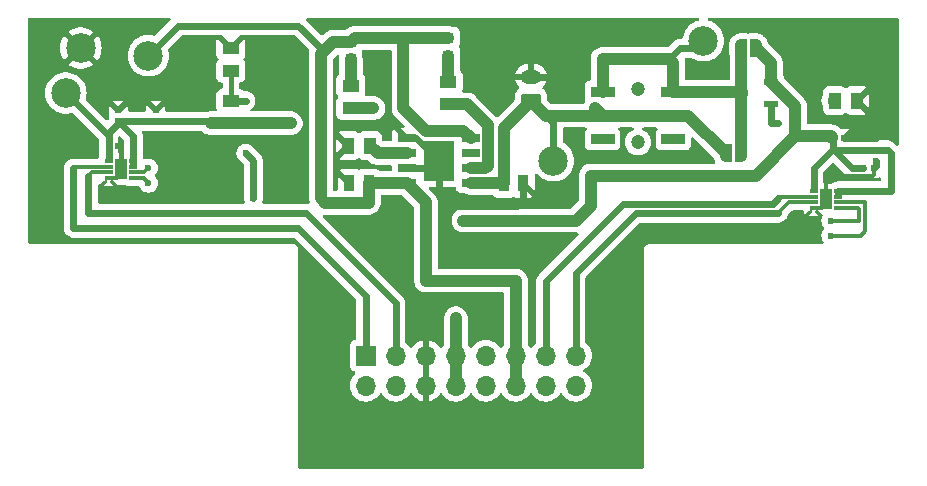
<source format=gbr>
%TF.GenerationSoftware,KiCad,Pcbnew,8.0.1*%
%TF.CreationDate,2024-03-24T23:42:45+02:00*%
%TF.ProjectId,ProjectFiles,50726f6a-6563-4744-9669-6c65732e6b69,rev?*%
%TF.SameCoordinates,Original*%
%TF.FileFunction,Copper,L1,Top*%
%TF.FilePolarity,Positive*%
%FSLAX46Y46*%
G04 Gerber Fmt 4.6, Leading zero omitted, Abs format (unit mm)*
G04 Created by KiCad (PCBNEW 8.0.1) date 2024-03-24 23:42:45*
%MOMM*%
%LPD*%
G01*
G04 APERTURE LIST*
G04 Aperture macros list*
%AMRoundRect*
0 Rectangle with rounded corners*
0 $1 Rounding radius*
0 $2 $3 $4 $5 $6 $7 $8 $9 X,Y pos of 4 corners*
0 Add a 4 corners polygon primitive as box body*
4,1,4,$2,$3,$4,$5,$6,$7,$8,$9,$2,$3,0*
0 Add four circle primitives for the rounded corners*
1,1,$1+$1,$2,$3*
1,1,$1+$1,$4,$5*
1,1,$1+$1,$6,$7*
1,1,$1+$1,$8,$9*
0 Add four rect primitives between the rounded corners*
20,1,$1+$1,$2,$3,$4,$5,0*
20,1,$1+$1,$4,$5,$6,$7,0*
20,1,$1+$1,$6,$7,$8,$9,0*
20,1,$1+$1,$8,$9,$2,$3,0*%
%AMFreePoly0*
4,1,19,0.500000,-0.750000,0.000000,-0.750000,0.000000,-0.744911,-0.071157,-0.744911,-0.207708,-0.704816,-0.327430,-0.627875,-0.420627,-0.520320,-0.479746,-0.390866,-0.500000,-0.250000,-0.500000,0.250000,-0.479746,0.390866,-0.420627,0.520320,-0.327430,0.627875,-0.207708,0.704816,-0.071157,0.744911,0.000000,0.744911,0.000000,0.750000,0.500000,0.750000,0.500000,-0.750000,0.500000,-0.750000,
$1*%
%AMFreePoly1*
4,1,19,0.000000,0.744911,0.071157,0.744911,0.207708,0.704816,0.327430,0.627875,0.420627,0.520320,0.479746,0.390866,0.500000,0.250000,0.500000,-0.250000,0.479746,-0.390866,0.420627,-0.520320,0.327430,-0.627875,0.207708,-0.704816,0.071157,-0.744911,0.000000,-0.744911,0.000000,-0.750000,-0.500000,-0.750000,-0.500000,0.750000,0.000000,0.750000,0.000000,0.744911,0.000000,0.744911,
$1*%
G04 Aperture macros list end*
%TA.AperFunction,SMDPad,CuDef*%
%ADD10R,0.970000X1.470000*%
%TD*%
%TA.AperFunction,SMDPad,CuDef*%
%ADD11R,0.600000X0.620000*%
%TD*%
%TA.AperFunction,SMDPad,CuDef*%
%ADD12R,1.525000X0.700000*%
%TD*%
%TA.AperFunction,SMDPad,CuDef*%
%ADD13R,2.513000X3.402000*%
%TD*%
%TA.AperFunction,SMDPad,CuDef*%
%ADD14R,0.700000X0.300000*%
%TD*%
%TA.AperFunction,SMDPad,CuDef*%
%ADD15R,1.000000X1.700000*%
%TD*%
%TA.AperFunction,SMDPad,CuDef*%
%ADD16R,0.950000X0.900000*%
%TD*%
%TA.AperFunction,SMDPad,CuDef*%
%ADD17R,1.200000X0.600000*%
%TD*%
%TA.AperFunction,SMDPad,CuDef*%
%ADD18FreePoly0,0.000000*%
%TD*%
%TA.AperFunction,SMDPad,CuDef*%
%ADD19FreePoly1,0.000000*%
%TD*%
%TA.AperFunction,SMDPad,CuDef*%
%ADD20R,1.450000X1.000000*%
%TD*%
%TA.AperFunction,SMDPad,CuDef*%
%ADD21C,2.500000*%
%TD*%
%TA.AperFunction,SMDPad,CuDef*%
%ADD22R,1.000000X1.450000*%
%TD*%
%TA.AperFunction,SMDPad,CuDef*%
%ADD23R,0.620000X0.600000*%
%TD*%
%TA.AperFunction,SMDPad,CuDef*%
%ADD24R,2.000000X0.900000*%
%TD*%
%TA.AperFunction,ComponentPad*%
%ADD25C,1.200000*%
%TD*%
%TA.AperFunction,ComponentPad*%
%ADD26R,1.700000X1.700000*%
%TD*%
%TA.AperFunction,ComponentPad*%
%ADD27O,1.700000X1.700000*%
%TD*%
%TA.AperFunction,SMDPad,CuDef*%
%ADD28FreePoly0,180.000000*%
%TD*%
%TA.AperFunction,SMDPad,CuDef*%
%ADD29FreePoly1,180.000000*%
%TD*%
%TA.AperFunction,ComponentPad*%
%ADD30RoundRect,0.250000X0.625000X-0.350000X0.625000X0.350000X-0.625000X0.350000X-0.625000X-0.350000X0*%
%TD*%
%TA.AperFunction,ComponentPad*%
%ADD31O,1.750000X1.200000*%
%TD*%
%TA.AperFunction,ViaPad*%
%ADD32C,0.600000*%
%TD*%
%TA.AperFunction,Conductor*%
%ADD33C,1.000000*%
%TD*%
%TA.AperFunction,Conductor*%
%ADD34C,0.600000*%
%TD*%
%TA.AperFunction,Conductor*%
%ADD35C,0.300000*%
%TD*%
%TA.AperFunction,Conductor*%
%ADD36C,0.400000*%
%TD*%
G04 APERTURE END LIST*
D10*
%TO.P,C2,1*%
%TO.N,Net-(J2-BAT)*%
X152645000Y-104775000D03*
%TO.P,C2,2*%
%TO.N,GND*%
X154305000Y-104775000D03*
%TD*%
D11*
%TO.P,C3,1*%
%TO.N,/BATT*%
X180515000Y-100965000D03*
%TO.P,C3,2*%
%TO.N,GND*%
X181435000Y-100965000D03*
%TD*%
D12*
%TO.P,J2,1,TEMP1*%
%TO.N,GND*%
X144413000Y-100965000D03*
%TO.P,J2,2,PROG2*%
%TO.N,Net-(J2-PROG2)*%
X144413000Y-102235000D03*
%TO.P,J2,3,GND_3*%
%TO.N,GND*%
X144413000Y-103505000D03*
%TO.P,J2,4,VCC4*%
%TO.N,5V*%
X144413000Y-104775000D03*
%TO.P,J2,5,BAT*%
%TO.N,Net-(J2-BAT)*%
X149837000Y-104775000D03*
%TO.P,J2,6,~{STDBY}*%
%TO.N,Net-(J2-~{STDBY})*%
X149837000Y-103505000D03*
%TO.P,J2,7,~{CHRG}*%
%TO.N,Net-(J2-~{CHRG})*%
X149837000Y-102235000D03*
%TO.P,J2,8,CE*%
%TO.N,5V*%
X149837000Y-100965000D03*
D13*
%TO.P,J2,9,EP*%
%TO.N,GND*%
X147125000Y-102870000D03*
%TD*%
D14*
%TO.P,IC1,1,VM*%
%TO.N,/BATT*%
X119185000Y-102870000D03*
%TO.P,IC1,2,OUT1*%
%TO.N,/Motor2_A*%
X119185000Y-103370000D03*
%TO.P,IC1,3,OUT2*%
%TO.N,/Motor2_B*%
X119185000Y-103870000D03*
%TO.P,IC1,4,GND*%
%TO.N,GND*%
X119185000Y-104370000D03*
%TO.P,IC1,5,IN2*%
%TO.N,/PWM2*%
X121285000Y-104370000D03*
%TO.P,IC1,6,IN1*%
%TO.N,/PWM1*%
X121285000Y-103870000D03*
%TO.P,IC1,7,NSLEEP*%
%TO.N,/BATT*%
X121285000Y-103370000D03*
%TO.P,IC1,8,VCC*%
X121285000Y-102870000D03*
D15*
%TO.P,IC1,9,EP*%
%TO.N,GND*%
X120235000Y-103620000D03*
%TD*%
D16*
%TO.P,LED1,1*%
%TO.N,Net-(LED1-Pad1)*%
X139700000Y-94295000D03*
%TO.P,LED1,2*%
%TO.N,5V*%
X139700000Y-92795000D03*
%TD*%
D14*
%TO.P,IC2,1,VM*%
%TO.N,/BATT*%
X178875000Y-105410000D03*
%TO.P,IC2,2,OUT1*%
%TO.N,/Motor1_A*%
X178875000Y-105910000D03*
%TO.P,IC2,3,OUT2*%
%TO.N,/Motor1_B*%
X178875000Y-106410000D03*
%TO.P,IC2,4,GND*%
%TO.N,GND*%
X178875000Y-106910000D03*
%TO.P,IC2,5,IN2*%
%TO.N,/PWM4*%
X180975000Y-106910000D03*
%TO.P,IC2,6,IN1*%
%TO.N,/PWM3*%
X180975000Y-106410000D03*
%TO.P,IC2,7,NSLEEP*%
%TO.N,/BATT*%
X180975000Y-105910000D03*
%TO.P,IC2,8,VCC*%
X180975000Y-105410000D03*
D15*
%TO.P,IC2,9,EP*%
%TO.N,GND*%
X179925000Y-106160000D03*
%TD*%
D16*
%TO.P,LED2,1*%
%TO.N,Net-(LED2-Pad1)*%
X147955000Y-93980000D03*
%TO.P,LED2,2*%
%TO.N,5V*%
X147955000Y-92480000D03*
%TD*%
D17*
%TO.P,Q1,1*%
%TO.N,Net-(Q1-Pad1)*%
X175260000Y-98105000D03*
%TO.P,Q1,2*%
%TO.N,/BATT*%
X175260000Y-96205000D03*
%TO.P,Q1,3*%
%TO.N,Net-(JP1-A)*%
X172760000Y-97155000D03*
%TD*%
D18*
%TO.P,JP1,1,A*%
%TO.N,Net-(JP1-A)*%
X172705000Y-93345000D03*
D19*
%TO.P,JP1,2,B*%
%TO.N,/BATT*%
X174005000Y-93345000D03*
%TD*%
D20*
%TO.P,R1k3,1*%
%TO.N,Net-(LED2-Pad1)*%
X147955000Y-96205000D03*
%TO.P,R1k3,2*%
%TO.N,Net-(J2-~{STDBY})*%
X147955000Y-98105000D03*
%TD*%
D21*
%TO.P,TP5,1,1*%
%TO.N,/BATT*%
X115570000Y-97155000D03*
%TD*%
%TO.P,TP2,1,1*%
%TO.N,Net-(J2-BAT)*%
X156845000Y-102870000D03*
%TD*%
D22*
%TO.P,R1k4,1*%
%TO.N,Net-(Q1-Pad1)*%
X180660000Y-97790000D03*
%TO.P,R1k4,2*%
%TO.N,GND*%
X182560000Y-97790000D03*
%TD*%
D23*
%TO.P,C5,1*%
%TO.N,/BATT*%
X120015000Y-99520000D03*
%TO.P,C5,2*%
%TO.N,GND*%
X120015000Y-98600000D03*
%TD*%
D21*
%TO.P,TP1,1,1*%
%TO.N,5V*%
X122555000Y-93980000D03*
%TD*%
D22*
%TO.P,R1k1,1*%
%TO.N,GND*%
X139435000Y-101600000D03*
%TO.P,R1k1,2*%
%TO.N,Net-(J2-PROG2)*%
X141335000Y-101600000D03*
%TD*%
D20*
%TO.P,R1,1*%
%TO.N,/BATT*%
X129540000Y-99695000D03*
%TO.P,R1,2*%
%TO.N,/BATT_ADC*%
X129540000Y-97795000D03*
%TD*%
D24*
%TO.P,S1,1,NO_1*%
%TO.N,Net-(JP1-A)*%
X167005000Y-97060000D03*
%TO.P,S1,2,COM_1*%
%TO.N,Net-(J2-BAT)*%
X167005000Y-99060000D03*
%TO.P,S1,3,NC_1*%
%TO.N,unconnected-(S1-NC_1-Pad3)*%
X167005000Y-101060000D03*
%TO.P,S1,4,NO_2*%
%TO.N,Net-(JP1-A)*%
X161005000Y-97060000D03*
%TO.P,S1,5,COM_2*%
%TO.N,Net-(J2-BAT)*%
X161005000Y-99060000D03*
%TO.P,S1,6,NC_2*%
%TO.N,unconnected-(S1-NC_2-Pad6)*%
X161005000Y-101060000D03*
D25*
%TO.P,S1,MH1*%
%TO.N,N/C*%
X164005000Y-96810000D03*
%TO.P,S1,MH2*%
X164005000Y-101310000D03*
%TD*%
D20*
%TO.P,R1k2,1*%
%TO.N,Net-(LED1-Pad1)*%
X139700000Y-96520000D03*
%TO.P,R1k2,2*%
%TO.N,Net-(J2-~{CHRG})*%
X139700000Y-98420000D03*
%TD*%
D23*
%TO.P,C6,1*%
%TO.N,/BATT*%
X123190000Y-99520000D03*
%TO.P,C6,2*%
%TO.N,GND*%
X123190000Y-98600000D03*
%TD*%
D21*
%TO.P,TP6,1,1*%
%TO.N,GND*%
X116840000Y-93345000D03*
%TD*%
%TO.P,TP3,1,1*%
%TO.N,Net-(JP1-A)*%
X169545000Y-92710000D03*
%TD*%
D26*
%TO.P,J1,1,Pin_1*%
%TO.N,/Motor2_A*%
X140970000Y-119380000D03*
D27*
%TO.P,J1,2,Pin_2*%
%TO.N,/PWM1*%
X140970000Y-121920000D03*
%TO.P,J1,3,Pin_3*%
%TO.N,/Motor2_B*%
X143510000Y-119380000D03*
%TO.P,J1,4,Pin_4*%
%TO.N,/PWM2*%
X143510000Y-121920000D03*
%TO.P,J1,5,Pin_5*%
%TO.N,GND*%
X146050000Y-119380000D03*
%TO.P,J1,6,Pin_6*%
X146050000Y-121920000D03*
%TO.P,J1,7,Pin_7*%
%TO.N,/BATT*%
X148590000Y-119380000D03*
%TO.P,J1,8,Pin_8*%
X148590000Y-121920000D03*
%TO.P,J1,9,Pin_9*%
%TO.N,unconnected-(J1-Pin_9-Pad9)*%
X151130000Y-119380000D03*
%TO.P,J1,10,Pin_10*%
%TO.N,/BATT_ADC*%
X151130000Y-121920000D03*
%TO.P,J1,11,Pin_11*%
%TO.N,5V*%
X153670000Y-119380000D03*
%TO.P,J1,12,Pin_12*%
X153670000Y-121920000D03*
%TO.P,J1,13,Pin_13*%
%TO.N,/Motor1_A*%
X156210000Y-119380000D03*
%TO.P,J1,14,Pin_14*%
%TO.N,/PWM3*%
X156210000Y-121920000D03*
%TO.P,J1,15,Pin_15*%
%TO.N,/Motor1_B*%
X158750000Y-119380000D03*
%TO.P,J1,16,Pin_16*%
%TO.N,/PWM4*%
X158750000Y-121920000D03*
%TD*%
D11*
%TO.P,C4,1*%
%TO.N,/BATT*%
X183055000Y-103505000D03*
%TO.P,C4,2*%
%TO.N,GND*%
X183975000Y-103505000D03*
%TD*%
D10*
%TO.P,C1,1*%
%TO.N,5V*%
X141215000Y-104775000D03*
%TO.P,C1,2*%
%TO.N,GND*%
X139555000Y-104775000D03*
%TD*%
D28*
%TO.P,JP2,1,A*%
%TO.N,Net-(JP1-A)*%
X172735000Y-102235000D03*
D29*
%TO.P,JP2,2,B*%
%TO.N,Net-(J2-BAT)*%
X171435000Y-102235000D03*
%TD*%
D30*
%TO.P,J3,1,Pin_1*%
%TO.N,Net-(J2-BAT)*%
X154940000Y-97790000D03*
D31*
%TO.P,J3,2,Pin_2*%
%TO.N,GND*%
X154940000Y-95790000D03*
%TD*%
D20*
%TO.P,R2,1*%
%TO.N,/BATT_ADC*%
X129540000Y-95250000D03*
%TO.P,R2,2*%
%TO.N,GND*%
X129540000Y-93350000D03*
%TD*%
D32*
%TO.N,/PWM3*%
X180340000Y-109220000D03*
%TO.N,/BATT_ADC*%
X130810000Y-97790000D03*
X130810000Y-102235000D03*
X131445000Y-106045000D03*
%TO.N,GND*%
X158750000Y-95885000D03*
X184150000Y-102870000D03*
X120015000Y-101600000D03*
X184150000Y-100965000D03*
X156845000Y-106045000D03*
%TO.N,/BATT*%
X148590000Y-116205000D03*
X134620000Y-99695000D03*
X149225000Y-107950000D03*
%TO.N,/PWM2*%
X122555000Y-104775000D03*
%TO.N,/PWM4*%
X180340000Y-107950000D03*
%TO.N,/PWM1*%
X122555000Y-103505000D03*
%TO.N,Net-(J2-~{CHRG})*%
X149837000Y-102235000D03*
X141605000Y-98425000D03*
%TO.N,Net-(Q1-Pad1)*%
X180340000Y-97790000D03*
X175895000Y-99695000D03*
%TD*%
D33*
%TO.N,5V*%
X137160000Y-93860000D02*
X137417500Y-93602500D01*
X153670000Y-121920000D02*
X153670000Y-119380000D01*
X153670000Y-119380000D02*
X153670000Y-113030000D01*
X146050000Y-113030000D02*
X146050000Y-106412000D01*
X146050000Y-106412000D02*
X144413000Y-104775000D01*
D34*
X125095000Y-91440000D02*
X122555000Y-93980000D01*
D33*
X147955000Y-92480000D02*
X144145000Y-92480000D01*
X144145000Y-98425000D02*
X144145000Y-92480000D01*
X149837000Y-100965000D02*
X149202000Y-100330000D01*
X141215000Y-106435000D02*
X137550000Y-106435000D01*
X138225000Y-92795000D02*
X139700000Y-92795000D01*
X144145000Y-92480000D02*
X140015000Y-92480000D01*
X144413000Y-104775000D02*
X141215000Y-104775000D01*
D34*
X137417500Y-93602500D02*
X135255000Y-91440000D01*
X135255000Y-91440000D02*
X125095000Y-91440000D01*
D33*
X153670000Y-113030000D02*
X146050000Y-113030000D01*
X137160000Y-106045000D02*
X137160000Y-93860000D01*
X140015000Y-92480000D02*
X139700000Y-92795000D01*
X149202000Y-100330000D02*
X146050000Y-100330000D01*
X141215000Y-104775000D02*
X141215000Y-106435000D01*
X137550000Y-106435000D02*
X137160000Y-106045000D01*
X137417500Y-93602500D02*
X138225000Y-92795000D01*
X146050000Y-100330000D02*
X144145000Y-98425000D01*
D35*
%TO.N,/PWM3*%
X183245000Y-106410000D02*
X183245000Y-108855000D01*
X182880000Y-109220000D02*
X180340000Y-109220000D01*
X180975000Y-106410000D02*
X183245000Y-106410000D01*
X183245000Y-108855000D02*
X182880000Y-109220000D01*
D34*
%TO.N,/BATT_ADC*%
X129540000Y-97795000D02*
X130805000Y-97795000D01*
D36*
X129540000Y-97795000D02*
X129540000Y-95250000D01*
D34*
X131445000Y-102870000D02*
X130810000Y-102235000D01*
X131445000Y-106045000D02*
X131445000Y-102870000D01*
X130805000Y-97795000D02*
X130810000Y-97790000D01*
%TO.N,GND*%
X148634000Y-106680000D02*
X147125000Y-105171000D01*
X146490000Y-103505000D02*
X144413000Y-103505000D01*
D35*
X179925000Y-104555000D02*
X180315000Y-104165000D01*
D34*
X154305000Y-106110000D02*
X153735000Y-106680000D01*
D35*
X183925000Y-104165000D02*
X183975000Y-104115000D01*
D34*
X184150000Y-103330000D02*
X183975000Y-103505000D01*
X153735000Y-106680000D02*
X148634000Y-106680000D01*
D35*
X180315000Y-104165000D02*
X183925000Y-104165000D01*
D34*
X181435000Y-100965000D02*
X184150000Y-100965000D01*
D35*
X120235000Y-104020000D02*
X120015000Y-104240000D01*
D34*
X145220000Y-100965000D02*
X147125000Y-102870000D01*
D35*
X179575000Y-106910000D02*
X179925000Y-106560000D01*
D36*
X120235000Y-103620000D02*
X120235000Y-101820000D01*
D35*
X179925000Y-106560000D02*
X179925000Y-106160000D01*
D34*
X154940000Y-95790000D02*
X158655000Y-95790000D01*
D35*
X120235000Y-104020000D02*
X120235000Y-103620000D01*
D34*
X154305000Y-104775000D02*
X154305000Y-106110000D01*
X184150000Y-102870000D02*
X184150000Y-103330000D01*
D35*
X178875000Y-106910000D02*
X179575000Y-106910000D01*
D34*
X144413000Y-100965000D02*
X145220000Y-100965000D01*
X147125000Y-102870000D02*
X146490000Y-103505000D01*
X147125000Y-105171000D02*
X147125000Y-102870000D01*
D35*
X179925000Y-106160000D02*
X179925000Y-104555000D01*
D36*
X120235000Y-101820000D02*
X120015000Y-101600000D01*
D35*
X119885000Y-104370000D02*
X120235000Y-104020000D01*
X119185000Y-104370000D02*
X119885000Y-104370000D01*
X183975000Y-104115000D02*
X183975000Y-103505000D01*
D34*
X158655000Y-95790000D02*
X158750000Y-95885000D01*
D33*
%TO.N,/BATT*%
X160020000Y-106680000D02*
X158750000Y-107950000D01*
X180357500Y-100807500D02*
X180435000Y-100885000D01*
X177322500Y-100807500D02*
X173990000Y-104140000D01*
X148590000Y-119380000D02*
X148590000Y-116205000D01*
D34*
X123190000Y-99520000D02*
X120015000Y-99520000D01*
X180515000Y-101875000D02*
X182145000Y-103505000D01*
X115570000Y-97155000D02*
X118940000Y-100525000D01*
D33*
X158750000Y-107950000D02*
X149225000Y-107950000D01*
D34*
X185420000Y-105410000D02*
X185420000Y-102235000D01*
D33*
X174005000Y-93345000D02*
X175260000Y-94600000D01*
X177322500Y-100807500D02*
X180357500Y-100807500D01*
X177322500Y-98267500D02*
X177322500Y-100807500D01*
D34*
X180515000Y-100965000D02*
X180515000Y-101875000D01*
D33*
X134620000Y-99695000D02*
X129540000Y-99695000D01*
D36*
X120015000Y-99520000D02*
X120015000Y-99695000D01*
D34*
X120015000Y-99695000D02*
X119185000Y-100525000D01*
X185152500Y-101967500D02*
X180607500Y-101967500D01*
D33*
X180435000Y-100885000D02*
X180435000Y-100965000D01*
X175260000Y-96205000D02*
X177322500Y-98267500D01*
D34*
X178875000Y-103515000D02*
X178875000Y-105260000D01*
X121285000Y-102870000D02*
X121285000Y-100790000D01*
X127815000Y-99695000D02*
X127640000Y-99520000D01*
X127640000Y-99520000D02*
X123190000Y-99520000D01*
D33*
X129540000Y-99695000D02*
X127815000Y-99695000D01*
X173990000Y-104140000D02*
X160020000Y-104140000D01*
D34*
X185420000Y-102235000D02*
X185152500Y-101967500D01*
X119185000Y-100525000D02*
X119185000Y-102720000D01*
D33*
X160020000Y-104140000D02*
X160020000Y-106680000D01*
D34*
X121285000Y-100790000D02*
X120015000Y-99520000D01*
X121285000Y-102870000D02*
X121285000Y-103220000D01*
X180975000Y-105410000D02*
X185420000Y-105410000D01*
X180975000Y-105410000D02*
X180975000Y-105760000D01*
X118940000Y-100525000D02*
X119185000Y-100525000D01*
X182145000Y-103505000D02*
X183055000Y-103505000D01*
D33*
X175260000Y-94600000D02*
X175260000Y-96205000D01*
X148590000Y-121920000D02*
X148590000Y-119380000D01*
D34*
X180515000Y-101875000D02*
X178875000Y-103515000D01*
%TO.N,/Motor2_A*%
X140970000Y-114300000D02*
X135255000Y-108585000D01*
D35*
X119185000Y-103370000D02*
X116340000Y-103370000D01*
D34*
X135255000Y-108585000D02*
X116205000Y-108585000D01*
D35*
X116340000Y-103370000D02*
X116205000Y-103505000D01*
D34*
X116205000Y-108585000D02*
X116205000Y-103505000D01*
X140970000Y-119380000D02*
X140970000Y-114300000D01*
D35*
%TO.N,/PWM2*%
X121285000Y-104370000D02*
X122150000Y-104370000D01*
X122150000Y-104370000D02*
X122555000Y-104775000D01*
%TO.N,/PWM4*%
X182650000Y-106910000D02*
X182745000Y-107005000D01*
X182745000Y-107005000D02*
X182745000Y-107950000D01*
X182745000Y-107950000D02*
X180340000Y-107950000D01*
X180975000Y-106910000D02*
X182650000Y-106910000D01*
%TO.N,/PWM1*%
X121285000Y-103870000D02*
X122190000Y-103870000D01*
X122190000Y-103870000D02*
X122555000Y-103505000D01*
D34*
%TO.N,/Motor2_B*%
X143510000Y-118745000D02*
X143510000Y-119380000D01*
X143510000Y-119380000D02*
X143510000Y-114935000D01*
D35*
X119185000Y-103870000D02*
X117745000Y-103870000D01*
D34*
X143510000Y-114935000D02*
X135890000Y-107315000D01*
D35*
X117745000Y-103870000D02*
X117475000Y-104140000D01*
D34*
X135890000Y-107315000D02*
X118910000Y-107315000D01*
X117475000Y-107315000D02*
X117475000Y-106680000D01*
X117475000Y-106680000D02*
X117475000Y-104140000D01*
X118910000Y-107315000D02*
X117475000Y-107315000D01*
D35*
%TO.N,/Motor1_B*%
X178875000Y-106410000D02*
X176800000Y-106410000D01*
D34*
X163830000Y-107315000D02*
X175895000Y-107315000D01*
X158750000Y-119380000D02*
X158750000Y-112395000D01*
D35*
X176800000Y-106410000D02*
X175895000Y-107315000D01*
D34*
X158750000Y-112395000D02*
X163830000Y-107315000D01*
D35*
%TO.N,/Motor1_A*%
X176030000Y-105910000D02*
X175895000Y-106045000D01*
D34*
X162725000Y-106515000D02*
X175425000Y-106515000D01*
D35*
X178875000Y-105910000D02*
X176030000Y-105910000D01*
D34*
X156210000Y-113030000D02*
X162725000Y-106515000D01*
X175425000Y-106515000D02*
X175895000Y-106045000D01*
X156210000Y-119380000D02*
X156210000Y-113030000D01*
D33*
%TO.N,Net-(J2-BAT)*%
X152645000Y-100085000D02*
X154940000Y-97790000D01*
X167005000Y-99060000D02*
X168260000Y-99060000D01*
D34*
X156845000Y-102870000D02*
X156845000Y-99695000D01*
D33*
X168260000Y-99060000D02*
X171435000Y-102235000D01*
X154940000Y-97790000D02*
X156210000Y-99060000D01*
X149837000Y-104775000D02*
X152645000Y-104775000D01*
X161005000Y-99060000D02*
X167005000Y-99060000D01*
X160370000Y-98425000D02*
X161005000Y-99060000D01*
X156210000Y-99060000D02*
X161005000Y-99060000D01*
D34*
X156845000Y-99695000D02*
X156210000Y-99060000D01*
D33*
X152645000Y-104775000D02*
X152645000Y-100085000D01*
%TO.N,Net-(J2-~{STDBY})*%
X149540000Y-98105000D02*
X147955000Y-98105000D01*
X151299500Y-99864500D02*
X149540000Y-98105000D01*
X151299500Y-103285000D02*
X151299500Y-99864500D01*
X149837000Y-103505000D02*
X151079500Y-103505000D01*
X151079500Y-103505000D02*
X151299500Y-103285000D01*
%TO.N,Net-(J2-PROG2)*%
X141970000Y-102235000D02*
X141335000Y-101600000D01*
X144413000Y-102235000D02*
X141970000Y-102235000D01*
%TO.N,Net-(J2-~{CHRG})*%
X141600000Y-98420000D02*
X141605000Y-98425000D01*
X139700000Y-98420000D02*
X141600000Y-98420000D01*
%TO.N,Net-(LED1-Pad1)*%
X139700000Y-94295000D02*
X139700000Y-96520000D01*
%TO.N,Net-(LED2-Pad1)*%
X147955000Y-93980000D02*
X147955000Y-96205000D01*
D34*
%TO.N,Net-(Q1-Pad1)*%
X175260000Y-99695000D02*
X175260000Y-98105000D01*
X175895000Y-99695000D02*
X175260000Y-99695000D01*
X175436371Y-98105000D02*
X175260000Y-98105000D01*
%TO.N,Net-(JP1-A)*%
X167575000Y-93345000D02*
X166655000Y-94265000D01*
X168910000Y-93345000D02*
X167575000Y-93345000D01*
D33*
X167005000Y-97060000D02*
X172665000Y-97060000D01*
X161005000Y-97060000D02*
X161005000Y-94265000D01*
X167005000Y-97060000D02*
X167005000Y-94615000D01*
X161005000Y-94265000D02*
X166655000Y-94265000D01*
X172735000Y-97180000D02*
X172760000Y-97155000D01*
X172760000Y-97155000D02*
X172760000Y-93400000D01*
D34*
X169545000Y-92710000D02*
X168910000Y-93345000D01*
D33*
X166655000Y-94265000D02*
X167005000Y-94615000D01*
X172665000Y-97060000D02*
X172760000Y-97155000D01*
X172735000Y-102235000D02*
X172735000Y-97180000D01*
X172760000Y-93400000D02*
X172705000Y-93345000D01*
%TD*%
%TA.AperFunction,Conductor*%
%TO.N,GND*%
G36*
X124400099Y-90790185D02*
G01*
X124445854Y-90842989D01*
X124455798Y-90912147D01*
X124426773Y-90975703D01*
X124420741Y-90982181D01*
X123142665Y-92260255D01*
X123081342Y-92293740D01*
X123018435Y-92291065D01*
X122945627Y-92268607D01*
X122945620Y-92268605D01*
X122945615Y-92268604D01*
X122820823Y-92249794D01*
X122686187Y-92229500D01*
X122686182Y-92229500D01*
X122423818Y-92229500D01*
X122423812Y-92229500D01*
X122262247Y-92253853D01*
X122164385Y-92268604D01*
X122164382Y-92268605D01*
X122164376Y-92268606D01*
X121913673Y-92345938D01*
X121677303Y-92459767D01*
X121677302Y-92459768D01*
X121460520Y-92607567D01*
X121268198Y-92786014D01*
X121104614Y-92991143D01*
X120973432Y-93218356D01*
X120877582Y-93462578D01*
X120877576Y-93462597D01*
X120819197Y-93718374D01*
X120819196Y-93718379D01*
X120799592Y-93979995D01*
X120799592Y-93980004D01*
X120819196Y-94241620D01*
X120819197Y-94241625D01*
X120819197Y-94241629D01*
X120819198Y-94241630D01*
X120823104Y-94258743D01*
X120877576Y-94497402D01*
X120877578Y-94497411D01*
X120877580Y-94497416D01*
X120973432Y-94741643D01*
X121104614Y-94968857D01*
X121174034Y-95055907D01*
X121268198Y-95173985D01*
X121444954Y-95337989D01*
X121460521Y-95352433D01*
X121677296Y-95500228D01*
X121677301Y-95500230D01*
X121677302Y-95500231D01*
X121677303Y-95500232D01*
X121757732Y-95538964D01*
X121913673Y-95614061D01*
X121913674Y-95614061D01*
X121913677Y-95614063D01*
X122164385Y-95691396D01*
X122423818Y-95730500D01*
X122686182Y-95730500D01*
X122945615Y-95691396D01*
X123196323Y-95614063D01*
X123432704Y-95500228D01*
X123649479Y-95352433D01*
X123841805Y-95173981D01*
X124005386Y-94968857D01*
X124136568Y-94741643D01*
X124232420Y-94497416D01*
X124290802Y-94241630D01*
X124291656Y-94230231D01*
X124310408Y-93980004D01*
X124310408Y-93979995D01*
X124290803Y-93718379D01*
X124290803Y-93718378D01*
X124290802Y-93718374D01*
X124290802Y-93718370D01*
X124242479Y-93506656D01*
X124246752Y-93436922D01*
X124275687Y-93391389D01*
X125390259Y-92276819D01*
X125451582Y-92243334D01*
X125477940Y-92240500D01*
X128753331Y-92240500D01*
X128820370Y-92260185D01*
X128866125Y-92312989D01*
X128867734Y-92324181D01*
X129540000Y-92996446D01*
X130215338Y-92321108D01*
X130235916Y-92280002D01*
X130296006Y-92244351D01*
X130326669Y-92240500D01*
X134872060Y-92240500D01*
X134939099Y-92260185D01*
X134959741Y-92276819D01*
X136159898Y-93476976D01*
X136193383Y-93538299D01*
X136193836Y-93588839D01*
X136192291Y-93596605D01*
X136191716Y-93599500D01*
X136183662Y-93639989D01*
X136159500Y-93761456D01*
X136159500Y-93761459D01*
X136159500Y-106143541D01*
X136162774Y-106160000D01*
X136164706Y-106169709D01*
X136164706Y-106169713D01*
X136197947Y-106336828D01*
X136197950Y-106336840D01*
X136204697Y-106353127D01*
X136209941Y-106365787D01*
X136217410Y-106435256D01*
X136186135Y-106497735D01*
X136126046Y-106533388D01*
X136071189Y-106534857D01*
X135968846Y-106514500D01*
X135968842Y-106514500D01*
X132303568Y-106514500D01*
X132236529Y-106494815D01*
X132190774Y-106442011D01*
X132180830Y-106372853D01*
X132186526Y-106349548D01*
X132189923Y-106339839D01*
X132192014Y-106333861D01*
X132194490Y-106327377D01*
X132214737Y-106278497D01*
X132217449Y-106264860D01*
X132222023Y-106248100D01*
X132230368Y-106224255D01*
X132236110Y-106173283D01*
X132237707Y-106163017D01*
X132245500Y-106123842D01*
X132245500Y-106096914D01*
X132246280Y-106083029D01*
X132250565Y-106045001D01*
X132250565Y-106044998D01*
X132246280Y-106006969D01*
X132245500Y-105993085D01*
X132245500Y-102791160D01*
X132243123Y-102779207D01*
X132243123Y-102779206D01*
X132236777Y-102747302D01*
X132214738Y-102636503D01*
X132154394Y-102490821D01*
X132154392Y-102490818D01*
X132154390Y-102490814D01*
X132066789Y-102359711D01*
X132066786Y-102359707D01*
X131320289Y-101613211D01*
X131312260Y-101605182D01*
X131312257Y-101605180D01*
X131246900Y-101564114D01*
X131243982Y-101562223D01*
X131189179Y-101525605D01*
X131189173Y-101525603D01*
X131188365Y-101525268D01*
X131169865Y-101515709D01*
X131159524Y-101509212D01*
X131159523Y-101509211D01*
X131159522Y-101509211D01*
X131098867Y-101487986D01*
X131092377Y-101485509D01*
X131043496Y-101465262D01*
X131029860Y-101462550D01*
X131013104Y-101457976D01*
X130989260Y-101449633D01*
X130989256Y-101449632D01*
X130989255Y-101449632D01*
X130968575Y-101447301D01*
X130938303Y-101443890D01*
X130928003Y-101442288D01*
X130888844Y-101434500D01*
X130888842Y-101434500D01*
X130861915Y-101434500D01*
X130848031Y-101433720D01*
X130810002Y-101429435D01*
X130809998Y-101429435D01*
X130771969Y-101433720D01*
X130758085Y-101434500D01*
X130731152Y-101434500D01*
X130691994Y-101442288D01*
X130681696Y-101443890D01*
X130630742Y-101449632D01*
X130630735Y-101449634D01*
X130606898Y-101457975D01*
X130590140Y-101462550D01*
X130576502Y-101465263D01*
X130576496Y-101465264D01*
X130527631Y-101485504D01*
X130521140Y-101487982D01*
X130460477Y-101509210D01*
X130460474Y-101509212D01*
X130450127Y-101515713D01*
X130431639Y-101525266D01*
X130430832Y-101525600D01*
X130430824Y-101525604D01*
X130376047Y-101562204D01*
X130373132Y-101564092D01*
X130307742Y-101605180D01*
X130307735Y-101605186D01*
X130180186Y-101732735D01*
X130180180Y-101732742D01*
X130139092Y-101798132D01*
X130137204Y-101801047D01*
X130100604Y-101855824D01*
X130100600Y-101855832D01*
X130100266Y-101856639D01*
X130090713Y-101875127D01*
X130084212Y-101885474D01*
X130084210Y-101885477D01*
X130062982Y-101946140D01*
X130060504Y-101952631D01*
X130040264Y-102001496D01*
X130040263Y-102001502D01*
X130037550Y-102015140D01*
X130032975Y-102031898D01*
X130024634Y-102055735D01*
X130024632Y-102055742D01*
X130018890Y-102106696D01*
X130017288Y-102116994D01*
X130009500Y-102156152D01*
X130009500Y-102183085D01*
X130008720Y-102196969D01*
X130004435Y-102234998D01*
X130004435Y-102235001D01*
X130008720Y-102273029D01*
X130009500Y-102286914D01*
X130009500Y-102313844D01*
X130017288Y-102353003D01*
X130018890Y-102363303D01*
X130024632Y-102414252D01*
X130024633Y-102414260D01*
X130032976Y-102438104D01*
X130037550Y-102454860D01*
X130040262Y-102468496D01*
X130060509Y-102517377D01*
X130062986Y-102523867D01*
X130078195Y-102567331D01*
X130084212Y-102584524D01*
X130090709Y-102594865D01*
X130100268Y-102613365D01*
X130100603Y-102614173D01*
X130100605Y-102614179D01*
X130137223Y-102668982D01*
X130139114Y-102671900D01*
X130180180Y-102737257D01*
X130180182Y-102737260D01*
X130608181Y-103165259D01*
X130641666Y-103226582D01*
X130644500Y-103252940D01*
X130644500Y-105993085D01*
X130643720Y-106006969D01*
X130639435Y-106044998D01*
X130639435Y-106045001D01*
X130643720Y-106083029D01*
X130644500Y-106096914D01*
X130644500Y-106123844D01*
X130652288Y-106163003D01*
X130653890Y-106173303D01*
X130657301Y-106203575D01*
X130659181Y-106220256D01*
X130659632Y-106224252D01*
X130659633Y-106224260D01*
X130667976Y-106248104D01*
X130672550Y-106264860D01*
X130675262Y-106278496D01*
X130695509Y-106327377D01*
X130697988Y-106333873D01*
X130703472Y-106349545D01*
X130707035Y-106419323D01*
X130672306Y-106479951D01*
X130610313Y-106512178D01*
X130586431Y-106514500D01*
X118399500Y-106514500D01*
X118332461Y-106494815D01*
X118286706Y-106442011D01*
X118275500Y-106390500D01*
X118275500Y-104979492D01*
X118295185Y-104912453D01*
X118347989Y-104866698D01*
X118417147Y-104856754D01*
X118441888Y-104868052D01*
X118472617Y-104870250D01*
X118786049Y-104556819D01*
X118847372Y-104523334D01*
X118873730Y-104520500D01*
X118947269Y-104520500D01*
X119014308Y-104540185D01*
X119060063Y-104592989D01*
X119070007Y-104662147D01*
X119040982Y-104725703D01*
X119034950Y-104732181D01*
X118751018Y-105016111D01*
X118751018Y-105016112D01*
X118787180Y-105019999D01*
X118787182Y-105020000D01*
X119582819Y-105020000D01*
X119582819Y-105019999D01*
X119618981Y-105016112D01*
X119335049Y-104732180D01*
X119301564Y-104670857D01*
X119306548Y-104601165D01*
X119348420Y-104545232D01*
X119413884Y-104520815D01*
X119422730Y-104520499D01*
X119496269Y-104520499D01*
X119563308Y-104540184D01*
X119583950Y-104556818D01*
X119997132Y-104970000D01*
X120686931Y-104970000D01*
X120730263Y-104977817D01*
X120827517Y-105014091D01*
X120887127Y-105020500D01*
X121210929Y-105020499D01*
X121210941Y-105020500D01*
X121220931Y-105020500D01*
X121704829Y-105020500D01*
X121771868Y-105040185D01*
X121817623Y-105092989D01*
X121821871Y-105103546D01*
X121829210Y-105124521D01*
X121890057Y-105221358D01*
X121925184Y-105277262D01*
X122052738Y-105404816D01*
X122205478Y-105500789D01*
X122368615Y-105557873D01*
X122375745Y-105560368D01*
X122375750Y-105560369D01*
X122554996Y-105580565D01*
X122555000Y-105580565D01*
X122555004Y-105580565D01*
X122734249Y-105560369D01*
X122734252Y-105560368D01*
X122734255Y-105560368D01*
X122904522Y-105500789D01*
X123057262Y-105404816D01*
X123184816Y-105277262D01*
X123280789Y-105124522D01*
X123340368Y-104954255D01*
X123340369Y-104954249D01*
X123360565Y-104775003D01*
X123360565Y-104774996D01*
X123340369Y-104595750D01*
X123340368Y-104595745D01*
X123326747Y-104556818D01*
X123280789Y-104425478D01*
X123258642Y-104390232D01*
X123241582Y-104363080D01*
X123184816Y-104272738D01*
X123139759Y-104227681D01*
X123106274Y-104166358D01*
X123111258Y-104096666D01*
X123139759Y-104052319D01*
X123150622Y-104041456D01*
X123184816Y-104007262D01*
X123280789Y-103854522D01*
X123340368Y-103684255D01*
X123340369Y-103684249D01*
X123360565Y-103505003D01*
X123360565Y-103504996D01*
X123340369Y-103325750D01*
X123340368Y-103325745D01*
X123334155Y-103307989D01*
X123280789Y-103155478D01*
X123275542Y-103147128D01*
X123221597Y-103061274D01*
X123184816Y-103002738D01*
X123057262Y-102875184D01*
X123009516Y-102845183D01*
X122904523Y-102779211D01*
X122734254Y-102719631D01*
X122734249Y-102719630D01*
X122555004Y-102699435D01*
X122554996Y-102699435D01*
X122375750Y-102719630D01*
X122375742Y-102719632D01*
X122296667Y-102747302D01*
X122226888Y-102750863D01*
X122166261Y-102716134D01*
X122134034Y-102654141D01*
X122132423Y-102643513D01*
X122129091Y-102612516D01*
X122093318Y-102516604D01*
X122085500Y-102473271D01*
X122085500Y-100711162D01*
X122085500Y-100711158D01*
X122084094Y-100704092D01*
X122054737Y-100556503D01*
X122032375Y-100502517D01*
X122031566Y-100500565D01*
X122028000Y-100491955D01*
X122020530Y-100422486D01*
X122051803Y-100360006D01*
X122111892Y-100324352D01*
X122142560Y-100320500D01*
X122832127Y-100320500D01*
X123111158Y-100320500D01*
X126974217Y-100320500D01*
X127041256Y-100340185D01*
X127061893Y-100356814D01*
X127125868Y-100420789D01*
X127177219Y-100472140D01*
X127341079Y-100581628D01*
X127341092Y-100581635D01*
X127523160Y-100657049D01*
X127523165Y-100657051D01*
X127523169Y-100657051D01*
X127523170Y-100657052D01*
X127716456Y-100695500D01*
X127716459Y-100695500D01*
X134718543Y-100695500D01*
X134848582Y-100669632D01*
X134911835Y-100657051D01*
X135093914Y-100581632D01*
X135257782Y-100472139D01*
X135397139Y-100332782D01*
X135506632Y-100168914D01*
X135582051Y-99986835D01*
X135610175Y-99845448D01*
X135620500Y-99793543D01*
X135620500Y-99596456D01*
X135582052Y-99403170D01*
X135582051Y-99403169D01*
X135582051Y-99403165D01*
X135575377Y-99387052D01*
X135506635Y-99221092D01*
X135506628Y-99221079D01*
X135397139Y-99057218D01*
X135397136Y-99057214D01*
X135257785Y-98917863D01*
X135257781Y-98917860D01*
X135093920Y-98808371D01*
X135093907Y-98808364D01*
X134911839Y-98732950D01*
X134911829Y-98732947D01*
X134718543Y-98694500D01*
X134718541Y-98694500D01*
X131308437Y-98694500D01*
X131241398Y-98674815D01*
X131195643Y-98622011D01*
X131185699Y-98552853D01*
X131214724Y-98489297D01*
X131239545Y-98467399D01*
X131285618Y-98436612D01*
X131288468Y-98434765D01*
X131312262Y-98419816D01*
X131439816Y-98292262D01*
X131480931Y-98226825D01*
X131482777Y-98223979D01*
X131483695Y-98222605D01*
X131519394Y-98169179D01*
X131519720Y-98168390D01*
X131529287Y-98149868D01*
X131535789Y-98139522D01*
X131557023Y-98078837D01*
X131559484Y-98072389D01*
X131579737Y-98023497D01*
X131582448Y-98009862D01*
X131587023Y-97993100D01*
X131595368Y-97969255D01*
X131601110Y-97918283D01*
X131602707Y-97908017D01*
X131610500Y-97868842D01*
X131610500Y-97841914D01*
X131611280Y-97828029D01*
X131615565Y-97790001D01*
X131615565Y-97789998D01*
X131611280Y-97751969D01*
X131610500Y-97738085D01*
X131610500Y-97711157D01*
X131606783Y-97692470D01*
X131602709Y-97671992D01*
X131601110Y-97661714D01*
X131595368Y-97610745D01*
X131587023Y-97586898D01*
X131582449Y-97570139D01*
X131579737Y-97556503D01*
X131578940Y-97554579D01*
X131561856Y-97513334D01*
X131559484Y-97507607D01*
X131557028Y-97501175D01*
X131535789Y-97440478D01*
X131529289Y-97430134D01*
X131519719Y-97411606D01*
X131519394Y-97410821D01*
X131482790Y-97356040D01*
X131480905Y-97353131D01*
X131465027Y-97327861D01*
X131439816Y-97287738D01*
X131312262Y-97160184D01*
X131312260Y-97160182D01*
X131312257Y-97160180D01*
X131246900Y-97119114D01*
X131243982Y-97117223D01*
X131189179Y-97080605D01*
X131189173Y-97080603D01*
X131188365Y-97080268D01*
X131169865Y-97070709D01*
X131159524Y-97064212D01*
X131159523Y-97064211D01*
X131159522Y-97064211D01*
X131098867Y-97042986D01*
X131092377Y-97040509D01*
X131043496Y-97020262D01*
X131029860Y-97017550D01*
X131013104Y-97012976D01*
X130989260Y-97004633D01*
X130989256Y-97004632D01*
X130989255Y-97004632D01*
X130968575Y-97002301D01*
X130938303Y-96998890D01*
X130928003Y-96997288D01*
X130888844Y-96989500D01*
X130888842Y-96989500D01*
X130861915Y-96989500D01*
X130848031Y-96988720D01*
X130810002Y-96984435D01*
X130809998Y-96984435D01*
X130771969Y-96988720D01*
X130758085Y-96989500D01*
X130725066Y-96989500D01*
X130725066Y-96987007D01*
X130667139Y-96975996D01*
X130628854Y-96943693D01*
X130628820Y-96943728D01*
X130628416Y-96943324D01*
X130624411Y-96939945D01*
X130622548Y-96937457D01*
X130622546Y-96937454D01*
X130622163Y-96937167D01*
X130507335Y-96851206D01*
X130507328Y-96851202D01*
X130372483Y-96800908D01*
X130351243Y-96798625D01*
X130286692Y-96771886D01*
X130246845Y-96714493D01*
X130240500Y-96675336D01*
X130240500Y-96369663D01*
X130260185Y-96302624D01*
X130312989Y-96256869D01*
X130351248Y-96246373D01*
X130372483Y-96244091D01*
X130507331Y-96193796D01*
X130622546Y-96107546D01*
X130708796Y-95992331D01*
X130759091Y-95857483D01*
X130765500Y-95797873D01*
X130765499Y-94702128D01*
X130759091Y-94642517D01*
X130712074Y-94516459D01*
X130708797Y-94507671D01*
X130708793Y-94507664D01*
X130622547Y-94392455D01*
X130617416Y-94387324D01*
X130583931Y-94326001D01*
X130588915Y-94256309D01*
X130617416Y-94211962D01*
X130622190Y-94207187D01*
X130708350Y-94092093D01*
X130708354Y-94092086D01*
X130758596Y-93957379D01*
X130758598Y-93957372D01*
X130764999Y-93897844D01*
X130765000Y-93897827D01*
X130765000Y-92802172D01*
X130764999Y-92802155D01*
X130758598Y-92742627D01*
X130758596Y-92742620D01*
X130708354Y-92607913D01*
X130708350Y-92607906D01*
X130677224Y-92566328D01*
X130677223Y-92566327D01*
X129627680Y-93615871D01*
X129566357Y-93649356D01*
X129496665Y-93644372D01*
X129452318Y-93615871D01*
X128402774Y-92566327D01*
X128371646Y-92607911D01*
X128371645Y-92607913D01*
X128321403Y-92742620D01*
X128321401Y-92742627D01*
X128315000Y-92802155D01*
X128315000Y-93897844D01*
X128321401Y-93957372D01*
X128321403Y-93957379D01*
X128371645Y-94092086D01*
X128371649Y-94092093D01*
X128457809Y-94207187D01*
X128462584Y-94211962D01*
X128496069Y-94273285D01*
X128491085Y-94342977D01*
X128462584Y-94387324D01*
X128457452Y-94392455D01*
X128371206Y-94507664D01*
X128371202Y-94507671D01*
X128320908Y-94642517D01*
X128315584Y-94692044D01*
X128314501Y-94702123D01*
X128314500Y-94702135D01*
X128314500Y-95797870D01*
X128314501Y-95797876D01*
X128320908Y-95857483D01*
X128371202Y-95992328D01*
X128371206Y-95992335D01*
X128457452Y-96107544D01*
X128457455Y-96107547D01*
X128572664Y-96193793D01*
X128572671Y-96193797D01*
X128617618Y-96210561D01*
X128707517Y-96244091D01*
X128728756Y-96246374D01*
X128793304Y-96273110D01*
X128833154Y-96330502D01*
X128839500Y-96369663D01*
X128839500Y-96675336D01*
X128819815Y-96742375D01*
X128767011Y-96788130D01*
X128728754Y-96798626D01*
X128707516Y-96800909D01*
X128572671Y-96851202D01*
X128572664Y-96851206D01*
X128457455Y-96937452D01*
X128457452Y-96937455D01*
X128371206Y-97052664D01*
X128371202Y-97052671D01*
X128320908Y-97187517D01*
X128314501Y-97247116D01*
X128314500Y-97247135D01*
X128314500Y-98342870D01*
X128314501Y-98342876D01*
X128320908Y-98402483D01*
X128367413Y-98527167D01*
X128372397Y-98596859D01*
X128338912Y-98658182D01*
X128277589Y-98691666D01*
X128251231Y-98694500D01*
X127716457Y-98694500D01*
X127647113Y-98708294D01*
X127602756Y-98717117D01*
X127578566Y-98719500D01*
X124124000Y-98719500D01*
X124056961Y-98699815D01*
X124011206Y-98647011D01*
X124000000Y-98595500D01*
X124000000Y-98252172D01*
X123999999Y-98252155D01*
X123993598Y-98192624D01*
X123982006Y-98161545D01*
X123460372Y-98683181D01*
X123399049Y-98716666D01*
X123372691Y-98719500D01*
X123007309Y-98719500D01*
X122940270Y-98699815D01*
X122919628Y-98683181D01*
X122397993Y-98161546D01*
X122397992Y-98161546D01*
X122386402Y-98192622D01*
X122386401Y-98192624D01*
X122380000Y-98252155D01*
X122380000Y-98595500D01*
X122360315Y-98662539D01*
X122307511Y-98708294D01*
X122256000Y-98719500D01*
X120949000Y-98719500D01*
X120881961Y-98699815D01*
X120836206Y-98647011D01*
X120825000Y-98595500D01*
X120825000Y-98252172D01*
X120824999Y-98252155D01*
X120818598Y-98192624D01*
X120807006Y-98161545D01*
X120285372Y-98683181D01*
X120224049Y-98716666D01*
X120197691Y-98719500D01*
X119832309Y-98719500D01*
X119765270Y-98699815D01*
X119744628Y-98683181D01*
X119222993Y-98161546D01*
X119222992Y-98161546D01*
X119211402Y-98192622D01*
X119211401Y-98192624D01*
X119205000Y-98252155D01*
X119205000Y-98947844D01*
X119211402Y-99007377D01*
X119211402Y-99007378D01*
X119214600Y-99015952D01*
X119219584Y-99085644D01*
X119214602Y-99102613D01*
X119210908Y-99112516D01*
X119204501Y-99172116D01*
X119204500Y-99172135D01*
X119204500Y-99322058D01*
X119184815Y-99389097D01*
X119168181Y-99409739D01*
X119150180Y-99427740D01*
X119088857Y-99461225D01*
X119019165Y-99456241D01*
X118974818Y-99427740D01*
X117359637Y-97812559D01*
X119581112Y-97812559D01*
X120015000Y-98246446D01*
X120015001Y-98246446D01*
X120448885Y-97812559D01*
X122756112Y-97812559D01*
X123190000Y-98246446D01*
X123190001Y-98246446D01*
X123623885Y-97812559D01*
X123623885Y-97812558D01*
X123607376Y-97806402D01*
X123607375Y-97806401D01*
X123547828Y-97800000D01*
X122832172Y-97800000D01*
X122772625Y-97806401D01*
X122756112Y-97812559D01*
X120448885Y-97812559D01*
X120448885Y-97812558D01*
X120432376Y-97806402D01*
X120432375Y-97806401D01*
X120372828Y-97800000D01*
X119657172Y-97800000D01*
X119597625Y-97806401D01*
X119581112Y-97812559D01*
X117359637Y-97812559D01*
X117290690Y-97743612D01*
X117257205Y-97682289D01*
X117257479Y-97628340D01*
X117305802Y-97416630D01*
X117306179Y-97411600D01*
X117325408Y-97155004D01*
X117325408Y-97154995D01*
X117305803Y-96893379D01*
X117305802Y-96893374D01*
X117305802Y-96893370D01*
X117247420Y-96637584D01*
X117151568Y-96393357D01*
X117020386Y-96166143D01*
X116856805Y-95961019D01*
X116856804Y-95961018D01*
X116856801Y-95961014D01*
X116664479Y-95782567D01*
X116612278Y-95746977D01*
X116447704Y-95634772D01*
X116447700Y-95634770D01*
X116447697Y-95634768D01*
X116447696Y-95634767D01*
X116211325Y-95520938D01*
X116211327Y-95520938D01*
X115960623Y-95443606D01*
X115960619Y-95443605D01*
X115960615Y-95443604D01*
X115835823Y-95424794D01*
X115701187Y-95404500D01*
X115701182Y-95404500D01*
X115438818Y-95404500D01*
X115438812Y-95404500D01*
X115277247Y-95428853D01*
X115179385Y-95443604D01*
X115179382Y-95443605D01*
X115179376Y-95443606D01*
X114928673Y-95520938D01*
X114692303Y-95634767D01*
X114692302Y-95634768D01*
X114475520Y-95782567D01*
X114283198Y-95961014D01*
X114119614Y-96166143D01*
X113988432Y-96393356D01*
X113892582Y-96637578D01*
X113892576Y-96637597D01*
X113834197Y-96893374D01*
X113834196Y-96893379D01*
X113814592Y-97154995D01*
X113814592Y-97155004D01*
X113834196Y-97416620D01*
X113834197Y-97416625D01*
X113892576Y-97672402D01*
X113892578Y-97672411D01*
X113892580Y-97672416D01*
X113988432Y-97916643D01*
X114119614Y-98143857D01*
X114227019Y-98278538D01*
X114283198Y-98348985D01*
X114434420Y-98489297D01*
X114475521Y-98527433D01*
X114692296Y-98675228D01*
X114692301Y-98675230D01*
X114692302Y-98675231D01*
X114692303Y-98675232D01*
X114784230Y-98719501D01*
X114928673Y-98789061D01*
X114928674Y-98789061D01*
X114928677Y-98789063D01*
X115179385Y-98866396D01*
X115438818Y-98905500D01*
X115701182Y-98905500D01*
X115960615Y-98866396D01*
X116033436Y-98843932D01*
X116103296Y-98842982D01*
X116157665Y-98874743D01*
X118348181Y-101065259D01*
X118381666Y-101126582D01*
X118384500Y-101152940D01*
X118384500Y-102473271D01*
X118376682Y-102516604D01*
X118340908Y-102612517D01*
X118339126Y-102620062D01*
X118336853Y-102619525D01*
X118314571Y-102673312D01*
X118257177Y-102713157D01*
X118218024Y-102719500D01*
X116371463Y-102719500D01*
X116347272Y-102717117D01*
X116327364Y-102713157D01*
X116283844Y-102704500D01*
X116283842Y-102704500D01*
X116126158Y-102704500D01*
X116126155Y-102704500D01*
X115971510Y-102735261D01*
X115971498Y-102735264D01*
X115825827Y-102795602D01*
X115825814Y-102795609D01*
X115694711Y-102883210D01*
X115694707Y-102883213D01*
X115583213Y-102994707D01*
X115583210Y-102994711D01*
X115495609Y-103125814D01*
X115495602Y-103125827D01*
X115435264Y-103271498D01*
X115435261Y-103271510D01*
X115404500Y-103426153D01*
X115404500Y-108663846D01*
X115435261Y-108818489D01*
X115435264Y-108818501D01*
X115495602Y-108964172D01*
X115495609Y-108964185D01*
X115583210Y-109095288D01*
X115583213Y-109095292D01*
X115694707Y-109206786D01*
X115694711Y-109206789D01*
X115825814Y-109294390D01*
X115825827Y-109294397D01*
X115971498Y-109354735D01*
X115971503Y-109354737D01*
X116126153Y-109385499D01*
X116126156Y-109385500D01*
X116126158Y-109385500D01*
X116283842Y-109385500D01*
X134872060Y-109385500D01*
X134939099Y-109405185D01*
X134959741Y-109421819D01*
X140133181Y-114595259D01*
X140166666Y-114656582D01*
X140169500Y-114682940D01*
X140169500Y-117907648D01*
X140149815Y-117974687D01*
X140097011Y-118020442D01*
X140058755Y-118030938D01*
X140012516Y-118035909D01*
X139877671Y-118086202D01*
X139877664Y-118086206D01*
X139762455Y-118172452D01*
X139762452Y-118172455D01*
X139676206Y-118287664D01*
X139676202Y-118287671D01*
X139625908Y-118422517D01*
X139619501Y-118482116D01*
X139619500Y-118482135D01*
X139619500Y-120277870D01*
X139619501Y-120277876D01*
X139625908Y-120337483D01*
X139676202Y-120472328D01*
X139676206Y-120472335D01*
X139762452Y-120587544D01*
X139762455Y-120587547D01*
X139877664Y-120673793D01*
X139877671Y-120673797D01*
X140009081Y-120722810D01*
X140065015Y-120764681D01*
X140089432Y-120830145D01*
X140074580Y-120898418D01*
X140053430Y-120926673D01*
X139931503Y-121048600D01*
X139795965Y-121242169D01*
X139795964Y-121242171D01*
X139696098Y-121456335D01*
X139696094Y-121456344D01*
X139634938Y-121684586D01*
X139634936Y-121684596D01*
X139614341Y-121919999D01*
X139614341Y-121920000D01*
X139634936Y-122155403D01*
X139634938Y-122155413D01*
X139696094Y-122383655D01*
X139696096Y-122383659D01*
X139696097Y-122383663D01*
X139775801Y-122554588D01*
X139795965Y-122597830D01*
X139795967Y-122597834D01*
X139904281Y-122752521D01*
X139931505Y-122791401D01*
X140098599Y-122958495D01*
X140195384Y-123026265D01*
X140292165Y-123094032D01*
X140292167Y-123094033D01*
X140292170Y-123094035D01*
X140506337Y-123193903D01*
X140734592Y-123255063D01*
X140922918Y-123271539D01*
X140969999Y-123275659D01*
X140970000Y-123275659D01*
X140970001Y-123275659D01*
X141009234Y-123272226D01*
X141205408Y-123255063D01*
X141433663Y-123193903D01*
X141647830Y-123094035D01*
X141841401Y-122958495D01*
X142008495Y-122791401D01*
X142138425Y-122605842D01*
X142193002Y-122562217D01*
X142262500Y-122555023D01*
X142324855Y-122586546D01*
X142341575Y-122605842D01*
X142471500Y-122791395D01*
X142471505Y-122791401D01*
X142638599Y-122958495D01*
X142735384Y-123026265D01*
X142832165Y-123094032D01*
X142832167Y-123094033D01*
X142832170Y-123094035D01*
X143046337Y-123193903D01*
X143274592Y-123255063D01*
X143462918Y-123271539D01*
X143509999Y-123275659D01*
X143510000Y-123275659D01*
X143510001Y-123275659D01*
X143549234Y-123272226D01*
X143745408Y-123255063D01*
X143973663Y-123193903D01*
X144187830Y-123094035D01*
X144381401Y-122958495D01*
X144548495Y-122791401D01*
X144678730Y-122605405D01*
X144733307Y-122561781D01*
X144802805Y-122554587D01*
X144865160Y-122586110D01*
X144881879Y-122605405D01*
X145011890Y-122791078D01*
X145178917Y-122958105D01*
X145372421Y-123093600D01*
X145586507Y-123193429D01*
X145586516Y-123193433D01*
X145800000Y-123250634D01*
X145800000Y-122353012D01*
X145857007Y-122385925D01*
X145984174Y-122420000D01*
X146115826Y-122420000D01*
X146242993Y-122385925D01*
X146300000Y-122353012D01*
X146300000Y-123250633D01*
X146513483Y-123193433D01*
X146513492Y-123193429D01*
X146727578Y-123093600D01*
X146921082Y-122958105D01*
X147088105Y-122791082D01*
X147218119Y-122605405D01*
X147272696Y-122561781D01*
X147342195Y-122554588D01*
X147404549Y-122586110D01*
X147421269Y-122605405D01*
X147551505Y-122791401D01*
X147718599Y-122958495D01*
X147815384Y-123026265D01*
X147912165Y-123094032D01*
X147912167Y-123094033D01*
X147912170Y-123094035D01*
X148126337Y-123193903D01*
X148354592Y-123255063D01*
X148542918Y-123271539D01*
X148589999Y-123275659D01*
X148590000Y-123275659D01*
X148590001Y-123275659D01*
X148629234Y-123272226D01*
X148825408Y-123255063D01*
X149053663Y-123193903D01*
X149267830Y-123094035D01*
X149461401Y-122958495D01*
X149628495Y-122791401D01*
X149758425Y-122605842D01*
X149813002Y-122562217D01*
X149882500Y-122555023D01*
X149944855Y-122586546D01*
X149961575Y-122605842D01*
X150091500Y-122791395D01*
X150091505Y-122791401D01*
X150258599Y-122958495D01*
X150355384Y-123026265D01*
X150452165Y-123094032D01*
X150452167Y-123094033D01*
X150452170Y-123094035D01*
X150666337Y-123193903D01*
X150894592Y-123255063D01*
X151082918Y-123271539D01*
X151129999Y-123275659D01*
X151130000Y-123275659D01*
X151130001Y-123275659D01*
X151169234Y-123272226D01*
X151365408Y-123255063D01*
X151593663Y-123193903D01*
X151807830Y-123094035D01*
X152001401Y-122958495D01*
X152168495Y-122791401D01*
X152298425Y-122605842D01*
X152353002Y-122562217D01*
X152422500Y-122555023D01*
X152484855Y-122586546D01*
X152501575Y-122605842D01*
X152631500Y-122791395D01*
X152631505Y-122791401D01*
X152798599Y-122958495D01*
X152895384Y-123026265D01*
X152992165Y-123094032D01*
X152992167Y-123094033D01*
X152992170Y-123094035D01*
X153206337Y-123193903D01*
X153434592Y-123255063D01*
X153622918Y-123271539D01*
X153669999Y-123275659D01*
X153670000Y-123275659D01*
X153670001Y-123275659D01*
X153709234Y-123272226D01*
X153905408Y-123255063D01*
X154133663Y-123193903D01*
X154347830Y-123094035D01*
X154541401Y-122958495D01*
X154708495Y-122791401D01*
X154838425Y-122605842D01*
X154893002Y-122562217D01*
X154962500Y-122555023D01*
X155024855Y-122586546D01*
X155041575Y-122605842D01*
X155171500Y-122791395D01*
X155171505Y-122791401D01*
X155338599Y-122958495D01*
X155435384Y-123026265D01*
X155532165Y-123094032D01*
X155532167Y-123094033D01*
X155532170Y-123094035D01*
X155746337Y-123193903D01*
X155974592Y-123255063D01*
X156162918Y-123271539D01*
X156209999Y-123275659D01*
X156210000Y-123275659D01*
X156210001Y-123275659D01*
X156249234Y-123272226D01*
X156445408Y-123255063D01*
X156673663Y-123193903D01*
X156887830Y-123094035D01*
X157081401Y-122958495D01*
X157248495Y-122791401D01*
X157378425Y-122605842D01*
X157433002Y-122562217D01*
X157502500Y-122555023D01*
X157564855Y-122586546D01*
X157581575Y-122605842D01*
X157711500Y-122791395D01*
X157711505Y-122791401D01*
X157878599Y-122958495D01*
X157975384Y-123026265D01*
X158072165Y-123094032D01*
X158072167Y-123094033D01*
X158072170Y-123094035D01*
X158286337Y-123193903D01*
X158514592Y-123255063D01*
X158702918Y-123271539D01*
X158749999Y-123275659D01*
X158750000Y-123275659D01*
X158750001Y-123275659D01*
X158789234Y-123272226D01*
X158985408Y-123255063D01*
X159213663Y-123193903D01*
X159427830Y-123094035D01*
X159621401Y-122958495D01*
X159788495Y-122791401D01*
X159924035Y-122597830D01*
X160023903Y-122383663D01*
X160085063Y-122155408D01*
X160105659Y-121920000D01*
X160085063Y-121684592D01*
X160023903Y-121456337D01*
X159924035Y-121242171D01*
X159918731Y-121234595D01*
X159788494Y-121048597D01*
X159621402Y-120881506D01*
X159621396Y-120881501D01*
X159435842Y-120751575D01*
X159392217Y-120696998D01*
X159385023Y-120627500D01*
X159416546Y-120565145D01*
X159435842Y-120548425D01*
X159458026Y-120532891D01*
X159621401Y-120418495D01*
X159788495Y-120251401D01*
X159924035Y-120057830D01*
X160023903Y-119843663D01*
X160085063Y-119615408D01*
X160105659Y-119380000D01*
X160085063Y-119144592D01*
X160023903Y-118916337D01*
X159924035Y-118702171D01*
X159918731Y-118694595D01*
X159788494Y-118508597D01*
X159621404Y-118341508D01*
X159621402Y-118341506D01*
X159621401Y-118341505D01*
X159603374Y-118328882D01*
X159559751Y-118274306D01*
X159550500Y-118227309D01*
X159550500Y-112777940D01*
X159570185Y-112710901D01*
X159586819Y-112690259D01*
X164125259Y-108151819D01*
X164186582Y-108118334D01*
X164212940Y-108115500D01*
X175973844Y-108115500D01*
X175973845Y-108115499D01*
X176128497Y-108084737D01*
X176274179Y-108024394D01*
X176405289Y-107936789D01*
X176516789Y-107825289D01*
X176604394Y-107694179D01*
X176664737Y-107548497D01*
X176678079Y-107481416D01*
X176710463Y-107419509D01*
X176711904Y-107418040D01*
X177033128Y-107096816D01*
X177094450Y-107063334D01*
X177120808Y-107060500D01*
X177908529Y-107060500D01*
X177975568Y-107080185D01*
X178021323Y-107132989D01*
X178028743Y-107160039D01*
X178029620Y-107159832D01*
X178031402Y-107167376D01*
X178081647Y-107302088D01*
X178081648Y-107302089D01*
X178162617Y-107410250D01*
X178476049Y-107096819D01*
X178537372Y-107063334D01*
X178563730Y-107060500D01*
X178637269Y-107060500D01*
X178704308Y-107080185D01*
X178750063Y-107132989D01*
X178760007Y-107202147D01*
X178730982Y-107265703D01*
X178724950Y-107272181D01*
X178441018Y-107556111D01*
X178441018Y-107556112D01*
X178477180Y-107559999D01*
X178477182Y-107560000D01*
X179272819Y-107560000D01*
X179272819Y-107559999D01*
X179308981Y-107556112D01*
X179025049Y-107272180D01*
X178991564Y-107210857D01*
X178996548Y-107141165D01*
X179038420Y-107085232D01*
X179103884Y-107060815D01*
X179112730Y-107060499D01*
X179186269Y-107060499D01*
X179253308Y-107080184D01*
X179273950Y-107096818D01*
X179607339Y-107430207D01*
X179640824Y-107491530D01*
X179635840Y-107561222D01*
X179624653Y-107583858D01*
X179614212Y-107600474D01*
X179614209Y-107600481D01*
X179554633Y-107770737D01*
X179554630Y-107770750D01*
X179534435Y-107949996D01*
X179534435Y-107950003D01*
X179554630Y-108129249D01*
X179554631Y-108129254D01*
X179614211Y-108299523D01*
X179710184Y-108452262D01*
X179710185Y-108452263D01*
X179755241Y-108497320D01*
X179788725Y-108558643D01*
X179783740Y-108628335D01*
X179755241Y-108672680D01*
X179710184Y-108717737D01*
X179614211Y-108870476D01*
X179554631Y-109040745D01*
X179554630Y-109040750D01*
X179534435Y-109219996D01*
X179534435Y-109220003D01*
X179554630Y-109399249D01*
X179554631Y-109399254D01*
X179614211Y-109569523D01*
X179695899Y-109699528D01*
X179714899Y-109766765D01*
X179694531Y-109833600D01*
X179641263Y-109878814D01*
X179590905Y-109889500D01*
X165020943Y-109889500D01*
X164868216Y-109930423D01*
X164868209Y-109930426D01*
X164731290Y-110009475D01*
X164731282Y-110009481D01*
X164619481Y-110121282D01*
X164619475Y-110121290D01*
X164540426Y-110258209D01*
X164540423Y-110258216D01*
X164499500Y-110410943D01*
X164499500Y-128815500D01*
X164479815Y-128882539D01*
X164427011Y-128928294D01*
X164375500Y-128939500D01*
X135384500Y-128939500D01*
X135317461Y-128919815D01*
X135271706Y-128867011D01*
X135260500Y-128815500D01*
X135260500Y-110410945D01*
X135260500Y-110410943D01*
X135219577Y-110258216D01*
X135219573Y-110258209D01*
X135140524Y-110121290D01*
X135140518Y-110121282D01*
X135028717Y-110009481D01*
X135028709Y-110009475D01*
X134891790Y-109930426D01*
X134891786Y-109930424D01*
X134891784Y-109930423D01*
X134739057Y-109889500D01*
X134739056Y-109889500D01*
X112484500Y-109889500D01*
X112417461Y-109869815D01*
X112371706Y-109817011D01*
X112360500Y-109765500D01*
X112360500Y-94747720D01*
X115790830Y-94747720D01*
X115962546Y-94864793D01*
X115962550Y-94864795D01*
X116198854Y-94978594D01*
X116198858Y-94978595D01*
X116449494Y-95055907D01*
X116449500Y-95055909D01*
X116708848Y-95094999D01*
X116708857Y-95095000D01*
X116971143Y-95095000D01*
X116971151Y-95094999D01*
X117230499Y-95055909D01*
X117230505Y-95055907D01*
X117481143Y-94978595D01*
X117717445Y-94864798D01*
X117717447Y-94864797D01*
X117889168Y-94747720D01*
X116840000Y-93698553D01*
X115790830Y-94747720D01*
X112360500Y-94747720D01*
X112360500Y-93345004D01*
X115085093Y-93345004D01*
X115104692Y-93606545D01*
X115104693Y-93606550D01*
X115163058Y-93862270D01*
X115258883Y-94106426D01*
X115258882Y-94106426D01*
X115390027Y-94333573D01*
X115437874Y-94393571D01*
X116486447Y-93345000D01*
X117193553Y-93345000D01*
X118242125Y-94393572D01*
X118289971Y-94333573D01*
X118421116Y-94106426D01*
X118516941Y-93862270D01*
X118575306Y-93606550D01*
X118575307Y-93606545D01*
X118594907Y-93345004D01*
X118594907Y-93344995D01*
X118575307Y-93083454D01*
X118575306Y-93083449D01*
X118516941Y-92827729D01*
X118421116Y-92583573D01*
X118421117Y-92583573D01*
X118289972Y-92356426D01*
X118242124Y-92296427D01*
X117193553Y-93344999D01*
X117193553Y-93345000D01*
X116486447Y-93345000D01*
X116486447Y-93344999D01*
X115437874Y-92296427D01*
X115390028Y-92356425D01*
X115258883Y-92583573D01*
X115163058Y-92827729D01*
X115104693Y-93083449D01*
X115104692Y-93083454D01*
X115085093Y-93344995D01*
X115085093Y-93345004D01*
X112360500Y-93345004D01*
X112360500Y-91942277D01*
X115790830Y-91942277D01*
X116840000Y-92991447D01*
X116840001Y-92991447D01*
X117889168Y-91942278D01*
X117717454Y-91825206D01*
X117717445Y-91825201D01*
X117481142Y-91711404D01*
X117481144Y-91711404D01*
X117230505Y-91634092D01*
X117230499Y-91634090D01*
X116971151Y-91595000D01*
X116708848Y-91595000D01*
X116449500Y-91634090D01*
X116449494Y-91634092D01*
X116198858Y-91711404D01*
X116198854Y-91711405D01*
X115962547Y-91825205D01*
X115962539Y-91825210D01*
X115790830Y-91942277D01*
X112360500Y-91942277D01*
X112360500Y-90894500D01*
X112380185Y-90827461D01*
X112432989Y-90781706D01*
X112484500Y-90770500D01*
X124333060Y-90770500D01*
X124400099Y-90790185D01*
G37*
%TD.AperFunction*%
%TA.AperFunction,Conductor*%
G36*
X146300000Y-121486988D02*
G01*
X146242993Y-121454075D01*
X146115826Y-121420000D01*
X145984174Y-121420000D01*
X145857007Y-121454075D01*
X145800000Y-121486988D01*
X145800000Y-119813012D01*
X145857007Y-119845925D01*
X145984174Y-119880000D01*
X146115826Y-119880000D01*
X146242993Y-119845925D01*
X146300000Y-119813012D01*
X146300000Y-121486988D01*
G37*
%TD.AperFunction*%
%TA.AperFunction,Conductor*%
G36*
X144014257Y-105795185D02*
G01*
X144034899Y-105811819D01*
X145013181Y-106790101D01*
X145046666Y-106851424D01*
X145049500Y-106877782D01*
X145049500Y-112931459D01*
X145049500Y-113128541D01*
X145049500Y-113128543D01*
X145049499Y-113128543D01*
X145087947Y-113321829D01*
X145087950Y-113321839D01*
X145163364Y-113503907D01*
X145163371Y-113503920D01*
X145272860Y-113667781D01*
X145272863Y-113667785D01*
X145412214Y-113807136D01*
X145412218Y-113807139D01*
X145576079Y-113916628D01*
X145576092Y-113916635D01*
X145758160Y-113992049D01*
X145758165Y-113992051D01*
X145758169Y-113992051D01*
X145758170Y-113992052D01*
X145951456Y-114030500D01*
X145951459Y-114030500D01*
X152545500Y-114030500D01*
X152612539Y-114050185D01*
X152658294Y-114102989D01*
X152669500Y-114154500D01*
X152669500Y-118419241D01*
X152649815Y-118486280D01*
X152633181Y-118506922D01*
X152631505Y-118508597D01*
X152501575Y-118694158D01*
X152446998Y-118737783D01*
X152377500Y-118744977D01*
X152315145Y-118713454D01*
X152298425Y-118694158D01*
X152168494Y-118508597D01*
X152001402Y-118341506D01*
X152001395Y-118341501D01*
X151807834Y-118205967D01*
X151807830Y-118205965D01*
X151807828Y-118205964D01*
X151593663Y-118106097D01*
X151593659Y-118106096D01*
X151593655Y-118106094D01*
X151365413Y-118044938D01*
X151365403Y-118044936D01*
X151130001Y-118024341D01*
X151129999Y-118024341D01*
X150894596Y-118044936D01*
X150894586Y-118044938D01*
X150666344Y-118106094D01*
X150666335Y-118106098D01*
X150452171Y-118205964D01*
X150452169Y-118205965D01*
X150258597Y-118341505D01*
X150091505Y-118508597D01*
X149961575Y-118694158D01*
X149906998Y-118737783D01*
X149837500Y-118744977D01*
X149775145Y-118713454D01*
X149758425Y-118694158D01*
X149628494Y-118508597D01*
X149626819Y-118506922D01*
X149626315Y-118506000D01*
X149625014Y-118504449D01*
X149625325Y-118504187D01*
X149593334Y-118445599D01*
X149590500Y-118419241D01*
X149590500Y-116106456D01*
X149552052Y-115913170D01*
X149552051Y-115913169D01*
X149552051Y-115913165D01*
X149552049Y-115913160D01*
X149476635Y-115731092D01*
X149476628Y-115731079D01*
X149367139Y-115567218D01*
X149367136Y-115567214D01*
X149227785Y-115427863D01*
X149227781Y-115427860D01*
X149063920Y-115318371D01*
X149063907Y-115318364D01*
X148881839Y-115242950D01*
X148881829Y-115242947D01*
X148688543Y-115204500D01*
X148688541Y-115204500D01*
X148491459Y-115204500D01*
X148491457Y-115204500D01*
X148298170Y-115242947D01*
X148298160Y-115242950D01*
X148116092Y-115318364D01*
X148116079Y-115318371D01*
X147952218Y-115427860D01*
X147952214Y-115427863D01*
X147812863Y-115567214D01*
X147812860Y-115567218D01*
X147703371Y-115731079D01*
X147703364Y-115731092D01*
X147627950Y-115913160D01*
X147627947Y-115913170D01*
X147589500Y-116106456D01*
X147589500Y-118419241D01*
X147569815Y-118486280D01*
X147553181Y-118506922D01*
X147551508Y-118508594D01*
X147421269Y-118694595D01*
X147366692Y-118738219D01*
X147297193Y-118745412D01*
X147234839Y-118713890D01*
X147218119Y-118694594D01*
X147088113Y-118508926D01*
X147088108Y-118508920D01*
X146921082Y-118341894D01*
X146727578Y-118206399D01*
X146513492Y-118106570D01*
X146513486Y-118106567D01*
X146300000Y-118049364D01*
X146300000Y-118946988D01*
X146242993Y-118914075D01*
X146115826Y-118880000D01*
X145984174Y-118880000D01*
X145857007Y-118914075D01*
X145800000Y-118946988D01*
X145800000Y-118049364D01*
X145799999Y-118049364D01*
X145586513Y-118106567D01*
X145586507Y-118106570D01*
X145372422Y-118206399D01*
X145372420Y-118206400D01*
X145178926Y-118341886D01*
X145178920Y-118341891D01*
X145011891Y-118508920D01*
X145011890Y-118508922D01*
X144881880Y-118694595D01*
X144827303Y-118738219D01*
X144757804Y-118745412D01*
X144695450Y-118713890D01*
X144678730Y-118694594D01*
X144548494Y-118508597D01*
X144381404Y-118341508D01*
X144381402Y-118341506D01*
X144381401Y-118341505D01*
X144363374Y-118328882D01*
X144319751Y-118274306D01*
X144310500Y-118227309D01*
X144310500Y-114856155D01*
X144310499Y-114856153D01*
X144279738Y-114701510D01*
X144279737Y-114701503D01*
X144261130Y-114656582D01*
X144219397Y-114555827D01*
X144219390Y-114555814D01*
X144131790Y-114424712D01*
X144131789Y-114424711D01*
X144020289Y-114313211D01*
X137353884Y-107646806D01*
X137320399Y-107585483D01*
X137325383Y-107515791D01*
X137367255Y-107459858D01*
X137432719Y-107435441D01*
X137445367Y-107435611D01*
X137445367Y-107435500D01*
X141313543Y-107435500D01*
X141443582Y-107409632D01*
X141506835Y-107397051D01*
X141688914Y-107321632D01*
X141852782Y-107212139D01*
X141992139Y-107072782D01*
X142101632Y-106908914D01*
X142177051Y-106726835D01*
X142200714Y-106607873D01*
X142215500Y-106533543D01*
X142215500Y-105899500D01*
X142235185Y-105832461D01*
X142287989Y-105786706D01*
X142339500Y-105775500D01*
X143947218Y-105775500D01*
X144014257Y-105795185D01*
G37*
%TD.AperFunction*%
%TA.AperFunction,Conductor*%
G36*
X159610468Y-100080185D02*
G01*
X159656223Y-100132989D01*
X159666167Y-100202147D01*
X159642695Y-100258811D01*
X159561206Y-100367664D01*
X159561202Y-100367671D01*
X159510908Y-100502517D01*
X159504501Y-100562116D01*
X159504501Y-100562123D01*
X159504500Y-100562131D01*
X159504500Y-101557870D01*
X159504501Y-101557876D01*
X159510908Y-101617483D01*
X159561202Y-101752328D01*
X159561206Y-101752335D01*
X159647452Y-101867544D01*
X159647455Y-101867547D01*
X159762664Y-101953793D01*
X159762671Y-101953797D01*
X159897517Y-102004091D01*
X159897516Y-102004091D01*
X159904444Y-102004835D01*
X159957127Y-102010500D01*
X162052872Y-102010499D01*
X162112483Y-102004091D01*
X162247331Y-101953796D01*
X162362546Y-101867546D01*
X162448796Y-101752331D01*
X162499091Y-101617483D01*
X162505500Y-101557873D01*
X162505499Y-100562128D01*
X162499091Y-100502517D01*
X162498029Y-100499670D01*
X162448797Y-100367671D01*
X162448793Y-100367664D01*
X162367305Y-100258811D01*
X162342887Y-100193347D01*
X162357738Y-100125074D01*
X162407143Y-100075668D01*
X162466571Y-100060500D01*
X163520551Y-100060500D01*
X163587590Y-100080185D01*
X163633345Y-100132989D01*
X163643289Y-100202147D01*
X163614264Y-100265703D01*
X163565345Y-100300127D01*
X163512364Y-100320651D01*
X163512357Y-100320655D01*
X163338960Y-100428017D01*
X163338958Y-100428019D01*
X163188237Y-100565418D01*
X163065327Y-100728178D01*
X162974422Y-100910739D01*
X162974417Y-100910752D01*
X162918602Y-101106917D01*
X162899785Y-101309999D01*
X162899785Y-101310000D01*
X162918602Y-101513082D01*
X162974417Y-101709247D01*
X162974422Y-101709260D01*
X163065327Y-101891821D01*
X163188237Y-102054581D01*
X163338958Y-102191980D01*
X163338960Y-102191982D01*
X163347890Y-102197511D01*
X163512363Y-102299348D01*
X163702544Y-102373024D01*
X163903024Y-102410500D01*
X163903026Y-102410500D01*
X164106974Y-102410500D01*
X164106976Y-102410500D01*
X164307456Y-102373024D01*
X164497637Y-102299348D01*
X164671041Y-102191981D01*
X164821764Y-102054579D01*
X164944673Y-101891821D01*
X165035582Y-101709250D01*
X165091397Y-101513083D01*
X165110215Y-101310000D01*
X165109447Y-101301717D01*
X165091397Y-101106917D01*
X165087867Y-101094511D01*
X165035582Y-100910750D01*
X165034162Y-100907899D01*
X164990503Y-100820218D01*
X164944673Y-100728179D01*
X164834003Y-100581628D01*
X164821762Y-100565418D01*
X164671041Y-100428019D01*
X164671039Y-100428017D01*
X164497642Y-100320655D01*
X164497635Y-100320651D01*
X164444655Y-100300127D01*
X164389253Y-100257554D01*
X164365663Y-100191787D01*
X164381374Y-100123707D01*
X164431398Y-100074928D01*
X164489449Y-100060500D01*
X165543429Y-100060500D01*
X165610468Y-100080185D01*
X165656223Y-100132989D01*
X165666167Y-100202147D01*
X165642695Y-100258811D01*
X165561206Y-100367664D01*
X165561202Y-100367671D01*
X165510908Y-100502517D01*
X165504501Y-100562116D01*
X165504501Y-100562123D01*
X165504500Y-100562131D01*
X165504500Y-101557870D01*
X165504501Y-101557876D01*
X165510908Y-101617483D01*
X165561202Y-101752328D01*
X165561206Y-101752335D01*
X165647452Y-101867544D01*
X165647455Y-101867547D01*
X165762664Y-101953793D01*
X165762671Y-101953797D01*
X165897517Y-102004091D01*
X165897516Y-102004091D01*
X165904444Y-102004835D01*
X165957127Y-102010500D01*
X168052872Y-102010499D01*
X168112483Y-102004091D01*
X168247331Y-101953796D01*
X168362546Y-101867546D01*
X168448796Y-101752331D01*
X168499091Y-101617483D01*
X168505500Y-101557873D01*
X168505499Y-101019779D01*
X168525183Y-100952742D01*
X168577987Y-100906987D01*
X168647146Y-100897043D01*
X168710702Y-100926068D01*
X168717180Y-100932100D01*
X170415009Y-102629929D01*
X170448494Y-102691252D01*
X170449896Y-102699022D01*
X170490503Y-102837313D01*
X170548354Y-102963988D01*
X170558298Y-103033147D01*
X170529273Y-103096703D01*
X170470495Y-103134477D01*
X170435560Y-103139500D01*
X159921457Y-103139500D01*
X159728170Y-103177947D01*
X159728160Y-103177950D01*
X159546092Y-103253364D01*
X159546079Y-103253371D01*
X159382218Y-103362860D01*
X159382214Y-103362863D01*
X159242863Y-103502214D01*
X159242860Y-103502218D01*
X159133371Y-103666079D01*
X159133364Y-103666092D01*
X159057950Y-103848160D01*
X159057947Y-103848170D01*
X159019500Y-104041456D01*
X159019500Y-106214218D01*
X158999815Y-106281257D01*
X158983181Y-106301899D01*
X158371899Y-106913181D01*
X158310576Y-106946666D01*
X158284218Y-106949500D01*
X149126457Y-106949500D01*
X148933170Y-106987947D01*
X148933160Y-106987950D01*
X148751092Y-107063364D01*
X148751079Y-107063371D01*
X148587218Y-107172860D01*
X148587214Y-107172863D01*
X148447863Y-107312214D01*
X148447860Y-107312218D01*
X148338371Y-107476079D01*
X148338364Y-107476092D01*
X148262950Y-107658160D01*
X148262947Y-107658170D01*
X148224500Y-107851456D01*
X148224500Y-107851459D01*
X148224500Y-108048541D01*
X148224500Y-108048543D01*
X148224499Y-108048543D01*
X148262947Y-108241829D01*
X148262950Y-108241839D01*
X148338364Y-108423907D01*
X148338371Y-108423920D01*
X148447860Y-108587781D01*
X148447863Y-108587785D01*
X148587214Y-108727136D01*
X148587218Y-108727139D01*
X148751079Y-108836628D01*
X148751092Y-108836635D01*
X148933160Y-108912049D01*
X148933165Y-108912051D01*
X148933169Y-108912051D01*
X148933170Y-108912052D01*
X149126456Y-108950500D01*
X158854633Y-108950500D01*
X158854633Y-108952311D01*
X158914904Y-108963730D01*
X158965623Y-109011785D01*
X158982311Y-109079633D01*
X158959668Y-109145732D01*
X158946114Y-109161806D01*
X156202422Y-111905500D01*
X155699711Y-112408211D01*
X155643960Y-112463962D01*
X155588209Y-112519712D01*
X155500609Y-112650814D01*
X155500602Y-112650827D01*
X155440264Y-112796498D01*
X155440261Y-112796510D01*
X155409500Y-112951153D01*
X155409500Y-118227309D01*
X155389815Y-118294348D01*
X155356625Y-118328883D01*
X155338601Y-118341503D01*
X155338595Y-118341508D01*
X155171505Y-118508597D01*
X155041575Y-118694158D01*
X154986998Y-118737783D01*
X154917500Y-118744977D01*
X154855145Y-118713454D01*
X154838425Y-118694158D01*
X154708494Y-118508597D01*
X154706819Y-118506922D01*
X154706315Y-118506000D01*
X154705014Y-118504449D01*
X154705325Y-118504187D01*
X154673334Y-118445599D01*
X154670500Y-118419241D01*
X154670500Y-112931456D01*
X154632052Y-112738170D01*
X154632051Y-112738169D01*
X154632051Y-112738165D01*
X154627252Y-112726578D01*
X154556635Y-112556092D01*
X154556628Y-112556079D01*
X154447139Y-112392218D01*
X154447136Y-112392214D01*
X154307785Y-112252863D01*
X154307781Y-112252860D01*
X154143920Y-112143371D01*
X154143907Y-112143364D01*
X153961839Y-112067950D01*
X153961829Y-112067947D01*
X153768543Y-112029500D01*
X153768541Y-112029500D01*
X147174500Y-112029500D01*
X147107461Y-112009815D01*
X147061706Y-111957011D01*
X147050500Y-111905500D01*
X147050500Y-106516675D01*
X147050501Y-106516654D01*
X147050501Y-106313457D01*
X147050500Y-106313455D01*
X147037497Y-106248087D01*
X147012052Y-106120165D01*
X146936632Y-105938086D01*
X146936631Y-105938085D01*
X146936628Y-105938079D01*
X146827140Y-105774219D01*
X146827137Y-105774215D01*
X146335602Y-105282681D01*
X146302117Y-105221358D01*
X146307101Y-105151667D01*
X146348972Y-105095733D01*
X146414437Y-105071316D01*
X146423283Y-105071000D01*
X148429326Y-105071000D01*
X148438221Y-105070043D01*
X148506981Y-105082444D01*
X148558122Y-105130050D01*
X148574775Y-105180078D01*
X148580408Y-105232483D01*
X148630702Y-105367328D01*
X148630706Y-105367335D01*
X148716952Y-105482544D01*
X148716955Y-105482547D01*
X148832164Y-105568793D01*
X148832171Y-105568797D01*
X148863723Y-105580565D01*
X148967017Y-105619091D01*
X149026627Y-105625500D01*
X149271395Y-105625499D01*
X149338434Y-105645183D01*
X149340263Y-105646382D01*
X149363086Y-105661632D01*
X149363089Y-105661633D01*
X149363090Y-105661634D01*
X149545160Y-105737049D01*
X149545165Y-105737051D01*
X149545169Y-105737051D01*
X149545170Y-105737052D01*
X149738456Y-105775500D01*
X149738459Y-105775500D01*
X151671479Y-105775500D01*
X151738518Y-105795185D01*
X151770746Y-105825190D01*
X151802449Y-105867541D01*
X151802452Y-105867544D01*
X151802454Y-105867546D01*
X151802457Y-105867548D01*
X151917664Y-105953793D01*
X151917671Y-105953797D01*
X152052517Y-106004091D01*
X152052516Y-106004091D01*
X152059444Y-106004835D01*
X152112127Y-106010500D01*
X153177872Y-106010499D01*
X153237483Y-106004091D01*
X153372331Y-105953796D01*
X153401107Y-105932253D01*
X153466566Y-105907837D01*
X153534839Y-105922687D01*
X153549728Y-105932255D01*
X153577908Y-105953351D01*
X153712623Y-106003597D01*
X153712627Y-106003598D01*
X153772155Y-106009999D01*
X153772172Y-106010000D01*
X154837828Y-106010000D01*
X154837844Y-106009999D01*
X154897372Y-106003598D01*
X154897376Y-106003597D01*
X155032090Y-105953351D01*
X155087967Y-105911520D01*
X154039128Y-104862681D01*
X154005643Y-104801358D01*
X154010627Y-104731666D01*
X154039128Y-104687319D01*
X154217318Y-104509128D01*
X154278641Y-104475643D01*
X154348332Y-104480627D01*
X154392680Y-104509128D01*
X155289999Y-105406447D01*
X155290000Y-105406446D01*
X155290000Y-104082046D01*
X155309685Y-104015007D01*
X155362489Y-103969252D01*
X155431647Y-103959308D01*
X155495203Y-103988333D01*
X155510942Y-104004728D01*
X155540232Y-104041456D01*
X155558198Y-104063985D01*
X155720298Y-104214390D01*
X155750521Y-104242433D01*
X155967296Y-104390228D01*
X155967301Y-104390230D01*
X155967302Y-104390231D01*
X155967303Y-104390232D01*
X156040489Y-104425476D01*
X156203673Y-104504061D01*
X156203674Y-104504061D01*
X156203677Y-104504063D01*
X156454385Y-104581396D01*
X156713818Y-104620500D01*
X156976182Y-104620500D01*
X157235615Y-104581396D01*
X157486323Y-104504063D01*
X157722704Y-104390228D01*
X157939479Y-104242433D01*
X158112336Y-104082046D01*
X158131801Y-104063985D01*
X158131801Y-104063983D01*
X158131805Y-104063981D01*
X158295386Y-103858857D01*
X158426568Y-103631643D01*
X158522420Y-103387416D01*
X158580802Y-103131630D01*
X158581237Y-103125827D01*
X158600408Y-102870004D01*
X158600408Y-102869995D01*
X158580803Y-102608379D01*
X158580802Y-102608374D01*
X158580802Y-102608370D01*
X158522420Y-102352584D01*
X158426568Y-102108357D01*
X158295386Y-101881143D01*
X158131805Y-101676019D01*
X158131804Y-101676018D01*
X158131801Y-101676014D01*
X157939479Y-101497567D01*
X157892096Y-101465262D01*
X157722704Y-101349772D01*
X157722701Y-101349771D01*
X157722699Y-101349769D01*
X157715698Y-101346398D01*
X157663838Y-101299575D01*
X157645500Y-101234678D01*
X157645500Y-100184500D01*
X157665185Y-100117461D01*
X157717989Y-100071706D01*
X157769500Y-100060500D01*
X159543429Y-100060500D01*
X159610468Y-100080185D01*
G37*
%TD.AperFunction*%
%TA.AperFunction,Conductor*%
G36*
X143087539Y-93500185D02*
G01*
X143133294Y-93552989D01*
X143144500Y-93604500D01*
X143144500Y-98523542D01*
X143156092Y-98581817D01*
X143156092Y-98581818D01*
X143182947Y-98716828D01*
X143182950Y-98716840D01*
X143196795Y-98750264D01*
X143258364Y-98898907D01*
X143258371Y-98898920D01*
X143367860Y-99062781D01*
X143367863Y-99062785D01*
X143511537Y-99206459D01*
X143511559Y-99206479D01*
X144208399Y-99903319D01*
X144241884Y-99964642D01*
X144236900Y-100034334D01*
X144195028Y-100090267D01*
X144129564Y-100114684D01*
X144120718Y-100115000D01*
X143916552Y-100115000D01*
X144678871Y-100877319D01*
X144712356Y-100938642D01*
X144707372Y-101008334D01*
X144678872Y-101052681D01*
X144533373Y-101198181D01*
X144472050Y-101231666D01*
X144445691Y-101234500D01*
X144380309Y-101234500D01*
X144313270Y-101214815D01*
X144292628Y-101198181D01*
X143327021Y-100232573D01*
X143293309Y-100257812D01*
X143207147Y-100372911D01*
X143207145Y-100372913D01*
X143156903Y-100507620D01*
X143156901Y-100507627D01*
X143150500Y-100567155D01*
X143150500Y-101110500D01*
X143130815Y-101177539D01*
X143078011Y-101223294D01*
X143026500Y-101234500D01*
X142459499Y-101234500D01*
X142392460Y-101214815D01*
X142346705Y-101162011D01*
X142335499Y-101110500D01*
X142335499Y-100827129D01*
X142335498Y-100827123D01*
X142329091Y-100767516D01*
X142278797Y-100632671D01*
X142278793Y-100632664D01*
X142192547Y-100517455D01*
X142192544Y-100517452D01*
X142077335Y-100431206D01*
X142077328Y-100431202D01*
X141942482Y-100380908D01*
X141942483Y-100380908D01*
X141882883Y-100374501D01*
X141882881Y-100374500D01*
X141882873Y-100374500D01*
X141882864Y-100374500D01*
X140787129Y-100374500D01*
X140787123Y-100374501D01*
X140727516Y-100380908D01*
X140592671Y-100431202D01*
X140592664Y-100431206D01*
X140477455Y-100517452D01*
X140472324Y-100522584D01*
X140411001Y-100556069D01*
X140341309Y-100551085D01*
X140296962Y-100522584D01*
X140292187Y-100517809D01*
X140177093Y-100431649D01*
X140177086Y-100431645D01*
X140042379Y-100381403D01*
X140042372Y-100381401D01*
X139982844Y-100375000D01*
X138887155Y-100375000D01*
X138827627Y-100381401D01*
X138827620Y-100381403D01*
X138692913Y-100431645D01*
X138692910Y-100431647D01*
X138651328Y-100462775D01*
X139700872Y-101512319D01*
X139734357Y-101573642D01*
X139729373Y-101643334D01*
X139700872Y-101687681D01*
X138651329Y-102737223D01*
X138692909Y-102768351D01*
X138827623Y-102818597D01*
X138827627Y-102818598D01*
X138887155Y-102824999D01*
X138887172Y-102825000D01*
X139982828Y-102825000D01*
X139982844Y-102824999D01*
X140042372Y-102818598D01*
X140042379Y-102818596D01*
X140177086Y-102768354D01*
X140177093Y-102768350D01*
X140292187Y-102682190D01*
X140296962Y-102677416D01*
X140358285Y-102643931D01*
X140427977Y-102648915D01*
X140472324Y-102677416D01*
X140477455Y-102682547D01*
X140592664Y-102768793D01*
X140592671Y-102768797D01*
X140620582Y-102779207D01*
X140727517Y-102819091D01*
X140787127Y-102825500D01*
X141094215Y-102825499D01*
X141161254Y-102845183D01*
X141181896Y-102861818D01*
X141332215Y-103012137D01*
X141332219Y-103012140D01*
X141496079Y-103121628D01*
X141496088Y-103121633D01*
X141520199Y-103131620D01*
X141678165Y-103197052D01*
X141871455Y-103235500D01*
X141871458Y-103235501D01*
X141871460Y-103235501D01*
X142074655Y-103235501D01*
X142074675Y-103235500D01*
X143026500Y-103235500D01*
X143093539Y-103255185D01*
X143139294Y-103307989D01*
X143150500Y-103359500D01*
X143150500Y-103650500D01*
X143130815Y-103717539D01*
X143078011Y-103763294D01*
X143026500Y-103774500D01*
X142188521Y-103774500D01*
X142121482Y-103754815D01*
X142089254Y-103724810D01*
X142057550Y-103682458D01*
X142057547Y-103682455D01*
X142057546Y-103682454D01*
X142035672Y-103666079D01*
X141942335Y-103596206D01*
X141942328Y-103596202D01*
X141807482Y-103545908D01*
X141807483Y-103545908D01*
X141747883Y-103539501D01*
X141747881Y-103539500D01*
X141747873Y-103539500D01*
X141747864Y-103539500D01*
X140682129Y-103539500D01*
X140682123Y-103539501D01*
X140622516Y-103545908D01*
X140487671Y-103596202D01*
X140487665Y-103596205D01*
X140458892Y-103617745D01*
X140393428Y-103642161D01*
X140325155Y-103627308D01*
X140310274Y-103617745D01*
X140282092Y-103596648D01*
X140282086Y-103596645D01*
X140147379Y-103546403D01*
X140147372Y-103546401D01*
X140087844Y-103540000D01*
X139022155Y-103540000D01*
X138962627Y-103546401D01*
X138962620Y-103546403D01*
X138827913Y-103596645D01*
X138827910Y-103596647D01*
X138772030Y-103638477D01*
X139820872Y-104687319D01*
X139854357Y-104748642D01*
X139849373Y-104818334D01*
X139820872Y-104862681D01*
X139642681Y-105040871D01*
X139581358Y-105074356D01*
X139511666Y-105069372D01*
X139467319Y-105040871D01*
X138570000Y-104143552D01*
X138570000Y-105310500D01*
X138550315Y-105377539D01*
X138497511Y-105423294D01*
X138446000Y-105434500D01*
X138284500Y-105434500D01*
X138217461Y-105414815D01*
X138171706Y-105362011D01*
X138160500Y-105310500D01*
X138160500Y-100953552D01*
X138435000Y-100953552D01*
X138435000Y-102246447D01*
X139081447Y-101600000D01*
X139081447Y-101599999D01*
X138435000Y-100953552D01*
X138160500Y-100953552D01*
X138160500Y-94325782D01*
X138180185Y-94258743D01*
X138196820Y-94238100D01*
X138253189Y-94181731D01*
X138253197Y-94181721D01*
X138512822Y-93922098D01*
X138574142Y-93888616D01*
X138643834Y-93893600D01*
X138699767Y-93935472D01*
X138724184Y-94000936D01*
X138724500Y-94009782D01*
X138724500Y-94058563D01*
X138722117Y-94082754D01*
X138699500Y-94196455D01*
X138699500Y-95538964D01*
X138679815Y-95606003D01*
X138649812Y-95638230D01*
X138617457Y-95662450D01*
X138617451Y-95662457D01*
X138531206Y-95777664D01*
X138531202Y-95777671D01*
X138480908Y-95912517D01*
X138475694Y-95961019D01*
X138474501Y-95972123D01*
X138474500Y-95972135D01*
X138474500Y-97067870D01*
X138474501Y-97067876D01*
X138480908Y-97127483D01*
X138531202Y-97262328D01*
X138531206Y-97262335D01*
X138617452Y-97377544D01*
X138622227Y-97382319D01*
X138655712Y-97443642D01*
X138650728Y-97513334D01*
X138622227Y-97557681D01*
X138617452Y-97562455D01*
X138531206Y-97677664D01*
X138531202Y-97677671D01*
X138480908Y-97812517D01*
X138474501Y-97872116D01*
X138474500Y-97872135D01*
X138474500Y-98967870D01*
X138474501Y-98967876D01*
X138480908Y-99027483D01*
X138531202Y-99162328D01*
X138531206Y-99162335D01*
X138617452Y-99277544D01*
X138617455Y-99277547D01*
X138732664Y-99363793D01*
X138732671Y-99363797D01*
X138758475Y-99373421D01*
X138867517Y-99414091D01*
X138927127Y-99420500D01*
X139591456Y-99420499D01*
X139591470Y-99420500D01*
X139601459Y-99420500D01*
X141469111Y-99420500D01*
X141493303Y-99422883D01*
X141506458Y-99425499D01*
X141506459Y-99425500D01*
X141506460Y-99425500D01*
X141703542Y-99425500D01*
X141703543Y-99425499D01*
X141896836Y-99387051D01*
X142078914Y-99311631D01*
X142242781Y-99202139D01*
X142382139Y-99062781D01*
X142491631Y-98898914D01*
X142567051Y-98716836D01*
X142605500Y-98523540D01*
X142605500Y-98326460D01*
X142605500Y-98326457D01*
X142605499Y-98326455D01*
X142596828Y-98282861D01*
X142567051Y-98133164D01*
X142491631Y-97951086D01*
X142491629Y-97951083D01*
X142491627Y-97951079D01*
X142382139Y-97787219D01*
X142381485Y-97786565D01*
X142381470Y-97786548D01*
X142237785Y-97642863D01*
X142237781Y-97642860D01*
X142073920Y-97533371D01*
X142073907Y-97533364D01*
X141935907Y-97476204D01*
X141891836Y-97457949D01*
X141891828Y-97457947D01*
X141795188Y-97438724D01*
X141698544Y-97419500D01*
X141698541Y-97419500D01*
X140988769Y-97419500D01*
X140921730Y-97399815D01*
X140875975Y-97347011D01*
X140866031Y-97277853D01*
X140872587Y-97252167D01*
X140908828Y-97155000D01*
X140919091Y-97127483D01*
X140925500Y-97067873D01*
X140925499Y-95972128D01*
X140919091Y-95912517D01*
X140910908Y-95890578D01*
X140868797Y-95777671D01*
X140868793Y-95777664D01*
X140782548Y-95662457D01*
X140782546Y-95662454D01*
X140782544Y-95662452D01*
X140782542Y-95662450D01*
X140750188Y-95638230D01*
X140708318Y-95582296D01*
X140700500Y-95538964D01*
X140700500Y-94196456D01*
X140677882Y-94082752D01*
X140675499Y-94058560D01*
X140675499Y-93797129D01*
X140675498Y-93797123D01*
X140674849Y-93791086D01*
X140669091Y-93737517D01*
X140654671Y-93698856D01*
X140635641Y-93647833D01*
X140630657Y-93578142D01*
X140664142Y-93516819D01*
X140725465Y-93483334D01*
X140751823Y-93480500D01*
X143020500Y-93480500D01*
X143087539Y-93500185D01*
G37*
%TD.AperFunction*%
%TA.AperFunction,Conductor*%
G36*
X180558334Y-103066258D02*
G01*
X180602681Y-103094759D01*
X181523211Y-104015289D01*
X181589968Y-104082046D01*
X181634712Y-104126790D01*
X181765814Y-104214390D01*
X181765827Y-104214397D01*
X181906677Y-104272738D01*
X181911503Y-104274737D01*
X182065650Y-104305399D01*
X182066153Y-104305499D01*
X182066156Y-104305500D01*
X182066158Y-104305500D01*
X182617868Y-104305500D01*
X182646380Y-104308822D01*
X182647509Y-104309088D01*
X182647517Y-104309091D01*
X182707127Y-104315500D01*
X183402872Y-104315499D01*
X183462483Y-104309091D01*
X183472381Y-104305398D01*
X183542073Y-104300415D01*
X183559050Y-104305400D01*
X183567624Y-104308598D01*
X183627155Y-104314999D01*
X183627172Y-104315000D01*
X184322828Y-104315000D01*
X184322844Y-104314999D01*
X184382372Y-104308598D01*
X184382376Y-104308597D01*
X184452166Y-104282567D01*
X184521857Y-104277583D01*
X184583181Y-104311067D01*
X184616666Y-104372390D01*
X184619500Y-104398749D01*
X184619500Y-104485500D01*
X184599815Y-104552539D01*
X184547011Y-104598294D01*
X184495500Y-104609500D01*
X180896155Y-104609500D01*
X180741510Y-104640261D01*
X180741498Y-104640264D01*
X180595828Y-104700602D01*
X180595817Y-104700608D01*
X180485557Y-104774281D01*
X180460002Y-104787359D01*
X180420264Y-104802181D01*
X180376929Y-104810000D01*
X179799500Y-104810000D01*
X179732461Y-104790315D01*
X179686706Y-104737511D01*
X179675500Y-104686000D01*
X179675500Y-103897940D01*
X179695185Y-103830901D01*
X179711819Y-103810259D01*
X180427319Y-103094759D01*
X180488642Y-103061274D01*
X180558334Y-103066258D01*
G37*
%TD.AperFunction*%
%TA.AperFunction,Conductor*%
G36*
X184060702Y-103237595D02*
G01*
X184067180Y-103243627D01*
X184240872Y-103417319D01*
X184274357Y-103478642D01*
X184269373Y-103548334D01*
X184240872Y-103592681D01*
X184067181Y-103766372D01*
X184005858Y-103799857D01*
X183936166Y-103794873D01*
X183880233Y-103753001D01*
X183855816Y-103687537D01*
X183855500Y-103678691D01*
X183855500Y-103418563D01*
X183855499Y-103418545D01*
X183855499Y-103331308D01*
X183875184Y-103264269D01*
X183927988Y-103218514D01*
X183997146Y-103208570D01*
X184060702Y-103237595D01*
G37*
%TD.AperFunction*%
%TA.AperFunction,Conductor*%
G36*
X120190703Y-100828227D02*
G01*
X120197181Y-100834259D01*
X120448181Y-101085259D01*
X120481666Y-101146582D01*
X120484500Y-101172940D01*
X120484500Y-102146000D01*
X120464815Y-102213039D01*
X120412011Y-102258794D01*
X120360500Y-102270000D01*
X120109500Y-102270000D01*
X120042461Y-102250315D01*
X119996706Y-102197511D01*
X119985500Y-102146000D01*
X119985500Y-100921940D01*
X120005185Y-100854901D01*
X120057989Y-100809146D01*
X120127147Y-100799202D01*
X120190703Y-100828227D01*
G37*
%TD.AperFunction*%
%TA.AperFunction,Conductor*%
G36*
X186032539Y-90790185D02*
G01*
X186078294Y-90842989D01*
X186089500Y-90894500D01*
X186089500Y-101473059D01*
X186069815Y-101540098D01*
X186017011Y-101585853D01*
X185947853Y-101595797D01*
X185884297Y-101566772D01*
X185877819Y-101560740D01*
X185662792Y-101345713D01*
X185662788Y-101345710D01*
X185531685Y-101258109D01*
X185531672Y-101258102D01*
X185386001Y-101197764D01*
X185385989Y-101197761D01*
X185231345Y-101167000D01*
X185231342Y-101167000D01*
X182359000Y-101167000D01*
X182291961Y-101147315D01*
X182246206Y-101094511D01*
X182235000Y-101043000D01*
X182235000Y-100607172D01*
X182234999Y-100607155D01*
X182228598Y-100547626D01*
X182228597Y-100547623D01*
X182222438Y-100531113D01*
X182222438Y-100531112D01*
X181647181Y-101106371D01*
X181585858Y-101139856D01*
X181516167Y-101134872D01*
X181460233Y-101093001D01*
X181435816Y-101027536D01*
X181435500Y-101018690D01*
X181435500Y-100989675D01*
X181435501Y-100989654D01*
X181435501Y-100786458D01*
X181430219Y-100759909D01*
X181419311Y-100705069D01*
X181425538Y-100635480D01*
X181453247Y-100593198D01*
X181873452Y-100172993D01*
X181842376Y-100161402D01*
X181842372Y-100161401D01*
X181782844Y-100155000D01*
X181171283Y-100155000D01*
X181104244Y-100135315D01*
X181083602Y-100118681D01*
X181072782Y-100107861D01*
X180995282Y-100030361D01*
X180995281Y-100030360D01*
X180995280Y-100030359D01*
X180831420Y-99920871D01*
X180831411Y-99920866D01*
X180758815Y-99890796D01*
X180702665Y-99867538D01*
X180649336Y-99845449D01*
X180649332Y-99845448D01*
X180649328Y-99845446D01*
X180552688Y-99826224D01*
X180456044Y-99807000D01*
X180456041Y-99807000D01*
X178447000Y-99807000D01*
X178379961Y-99787315D01*
X178334206Y-99734511D01*
X178323000Y-99683000D01*
X178323000Y-98168958D01*
X178322999Y-98168957D01*
X178315880Y-98133164D01*
X178284551Y-97975664D01*
X178247294Y-97885717D01*
X178223399Y-97828029D01*
X178209133Y-97793588D01*
X178209128Y-97793579D01*
X178206739Y-97790003D01*
X179534435Y-97790003D01*
X179554630Y-97969249D01*
X179554633Y-97969262D01*
X179614209Y-98139518D01*
X179614210Y-98139520D01*
X179614211Y-98139522D01*
X179632850Y-98169186D01*
X179640494Y-98181351D01*
X179659500Y-98247323D01*
X179659500Y-98562869D01*
X179659501Y-98562876D01*
X179665908Y-98622483D01*
X179716202Y-98757328D01*
X179716206Y-98757335D01*
X179802452Y-98872544D01*
X179802455Y-98872547D01*
X179917664Y-98958793D01*
X179917671Y-98958797D01*
X180052517Y-99009091D01*
X180052516Y-99009091D01*
X180059444Y-99009835D01*
X180112127Y-99015500D01*
X181207872Y-99015499D01*
X181267483Y-99009091D01*
X181402331Y-98958796D01*
X181517546Y-98872546D01*
X181517548Y-98872542D01*
X181522676Y-98867416D01*
X181583999Y-98833931D01*
X181653691Y-98838915D01*
X181698038Y-98867416D01*
X181702812Y-98872190D01*
X181817906Y-98958350D01*
X181817913Y-98958354D01*
X181952620Y-99008596D01*
X181952627Y-99008598D01*
X182012155Y-99014999D01*
X182012172Y-99015000D01*
X183107828Y-99015000D01*
X183107844Y-99014999D01*
X183167372Y-99008598D01*
X183167376Y-99008597D01*
X183302090Y-98958352D01*
X183343669Y-98927223D01*
X182294127Y-97877681D01*
X182260642Y-97816358D01*
X182262527Y-97790000D01*
X182913553Y-97790000D01*
X183559999Y-98436447D01*
X183560000Y-98436446D01*
X183560000Y-97143553D01*
X183559999Y-97143552D01*
X182913553Y-97789999D01*
X182913553Y-97790000D01*
X182262527Y-97790000D01*
X182265626Y-97746666D01*
X182294127Y-97702319D01*
X182560000Y-97436447D01*
X183343670Y-96652775D01*
X183302090Y-96621648D01*
X183167376Y-96571402D01*
X183167372Y-96571401D01*
X183107844Y-96565000D01*
X182012155Y-96565000D01*
X181952627Y-96571401D01*
X181952620Y-96571403D01*
X181817913Y-96621645D01*
X181817906Y-96621649D01*
X181702812Y-96707809D01*
X181698038Y-96712584D01*
X181636715Y-96746069D01*
X181567023Y-96741085D01*
X181522676Y-96712584D01*
X181517544Y-96707452D01*
X181402335Y-96621206D01*
X181402328Y-96621202D01*
X181267482Y-96570908D01*
X181267483Y-96570908D01*
X181207883Y-96564501D01*
X181207881Y-96564500D01*
X181207873Y-96564500D01*
X181207864Y-96564500D01*
X180112129Y-96564500D01*
X180112123Y-96564501D01*
X180052516Y-96570908D01*
X179917671Y-96621202D01*
X179917664Y-96621206D01*
X179802455Y-96707452D01*
X179802452Y-96707455D01*
X179716206Y-96822664D01*
X179716202Y-96822671D01*
X179665908Y-96957517D01*
X179659501Y-97017116D01*
X179659500Y-97017135D01*
X179659500Y-97332677D01*
X179640494Y-97398647D01*
X179627392Y-97419500D01*
X179614209Y-97440481D01*
X179554633Y-97610737D01*
X179554630Y-97610750D01*
X179534435Y-97789996D01*
X179534435Y-97790003D01*
X178206739Y-97790003D01*
X178099640Y-97629719D01*
X178032375Y-97562454D01*
X177960282Y-97490361D01*
X177960281Y-97490360D01*
X176395461Y-95925540D01*
X176361976Y-95864217D01*
X176359852Y-95851111D01*
X176354091Y-95797516D01*
X176303797Y-95662671D01*
X176303795Y-95662668D01*
X176285233Y-95637872D01*
X176260816Y-95572408D01*
X176260500Y-95563561D01*
X176260500Y-94501456D01*
X176232770Y-94362052D01*
X176232770Y-94362051D01*
X176225599Y-94326001D01*
X176222051Y-94308164D01*
X176213610Y-94287787D01*
X176197762Y-94249525D01*
X176197750Y-94249498D01*
X176146635Y-94126093D01*
X176146634Y-94126092D01*
X176146632Y-94126086D01*
X176117464Y-94082433D01*
X176037139Y-93962217D01*
X175894686Y-93819764D01*
X175894655Y-93819735D01*
X175024990Y-92950070D01*
X174991505Y-92888747D01*
X174990102Y-92880972D01*
X174990035Y-92880743D01*
X174949498Y-92742691D01*
X174937508Y-92716436D01*
X174889776Y-92611918D01*
X174889773Y-92611914D01*
X174889770Y-92611906D01*
X174811986Y-92490870D01*
X174811985Y-92490869D01*
X174811984Y-92490867D01*
X174811981Y-92490863D01*
X174717847Y-92382226D01*
X174717830Y-92382207D01*
X174717829Y-92382206D01*
X174609091Y-92287985D01*
X174558968Y-92255773D01*
X174488142Y-92210255D01*
X174488136Y-92210252D01*
X174417028Y-92177778D01*
X174357259Y-92150483D01*
X174239650Y-92115950D01*
X174219308Y-92109977D01*
X174219296Y-92109974D01*
X174076889Y-92089500D01*
X173505000Y-92089500D01*
X173504997Y-92089500D01*
X173433061Y-92094644D01*
X173433056Y-92094645D01*
X173395735Y-92105603D01*
X173343158Y-92109363D01*
X173205001Y-92089500D01*
X173205000Y-92089500D01*
X172633111Y-92089500D01*
X172633110Y-92089500D01*
X172490703Y-92109974D01*
X172490691Y-92109977D01*
X172352741Y-92150483D01*
X172221863Y-92210252D01*
X172221861Y-92210254D01*
X172106523Y-92284376D01*
X172105083Y-92285196D01*
X172100901Y-92287988D01*
X171992169Y-92382207D01*
X171992166Y-92382210D01*
X171898018Y-92490864D01*
X171898015Y-92490867D01*
X171849521Y-92566327D01*
X171822798Y-92607911D01*
X171820231Y-92611905D01*
X171820223Y-92611918D01*
X171763263Y-92736643D01*
X171761015Y-92740939D01*
X171719966Y-92880738D01*
X171719963Y-92880748D01*
X171699503Y-93023059D01*
X171699503Y-93079399D01*
X171699500Y-93079409D01*
X171699500Y-93610573D01*
X171699503Y-93610601D01*
X171699503Y-93666941D01*
X171710519Y-93743560D01*
X171718703Y-93800478D01*
X171718703Y-93800481D01*
X171719964Y-93809255D01*
X171741165Y-93881455D01*
X171747779Y-93903981D01*
X171754477Y-93926789D01*
X171759500Y-93961725D01*
X171759500Y-95935500D01*
X171739815Y-96002539D01*
X171687011Y-96048294D01*
X171635500Y-96059500D01*
X168129500Y-96059500D01*
X168062461Y-96039815D01*
X168016706Y-95987011D01*
X168005500Y-95935500D01*
X168005500Y-94516456D01*
X168005499Y-94516454D01*
X167967053Y-94323173D01*
X167967052Y-94323170D01*
X167967051Y-94323165D01*
X167964475Y-94316948D01*
X167957010Y-94247479D01*
X167988287Y-94185001D01*
X168048377Y-94149351D01*
X168079039Y-94145500D01*
X168504773Y-94145500D01*
X168571812Y-94165185D01*
X168574624Y-94167046D01*
X168617766Y-94196459D01*
X168667296Y-94230228D01*
X168667298Y-94230229D01*
X168667303Y-94230232D01*
X168792843Y-94290688D01*
X168903673Y-94344061D01*
X168903674Y-94344061D01*
X168903677Y-94344063D01*
X169154385Y-94421396D01*
X169413818Y-94460500D01*
X169676182Y-94460500D01*
X169935615Y-94421396D01*
X170186323Y-94344063D01*
X170386882Y-94247479D01*
X170422696Y-94230232D01*
X170422696Y-94230231D01*
X170422704Y-94230228D01*
X170639479Y-94082433D01*
X170831805Y-93903981D01*
X170995386Y-93698857D01*
X171126568Y-93471643D01*
X171222420Y-93227416D01*
X171280802Y-92971630D01*
X171287613Y-92880743D01*
X171300408Y-92710004D01*
X171300408Y-92709995D01*
X171280803Y-92448379D01*
X171280802Y-92448374D01*
X171280802Y-92448370D01*
X171222420Y-92192584D01*
X171126568Y-91948357D01*
X170995386Y-91721143D01*
X170831805Y-91516019D01*
X170831804Y-91516018D01*
X170831801Y-91516014D01*
X170639479Y-91337567D01*
X170422704Y-91189772D01*
X170422700Y-91189770D01*
X170422697Y-91189768D01*
X170422696Y-91189767D01*
X170186325Y-91075938D01*
X170186327Y-91075938D01*
X169982257Y-91012991D01*
X169923998Y-90974421D01*
X169895840Y-90910476D01*
X169906724Y-90841459D01*
X169953193Y-90789282D01*
X170018807Y-90770500D01*
X185965500Y-90770500D01*
X186032539Y-90790185D01*
G37*
%TD.AperFunction*%
%TA.AperFunction,Conductor*%
G36*
X169138232Y-90790185D02*
G01*
X169183987Y-90842989D01*
X169193931Y-90912147D01*
X169164906Y-90975703D01*
X169107743Y-91012991D01*
X168903673Y-91075938D01*
X168667303Y-91189767D01*
X168667302Y-91189768D01*
X168450520Y-91337567D01*
X168258198Y-91516014D01*
X168094614Y-91721143D01*
X167963432Y-91948356D01*
X167867582Y-92192578D01*
X167867576Y-92192597D01*
X167832578Y-92345937D01*
X167809261Y-92448093D01*
X167775154Y-92509071D01*
X167713492Y-92541929D01*
X167688371Y-92544500D01*
X167496154Y-92544500D01*
X167341509Y-92575261D01*
X167341497Y-92575264D01*
X167298832Y-92592936D01*
X167298833Y-92592937D01*
X167195823Y-92635604D01*
X167195814Y-92635609D01*
X167064712Y-92723209D01*
X167064710Y-92723212D01*
X166559741Y-93228181D01*
X166498418Y-93261666D01*
X166472060Y-93264500D01*
X160906457Y-93264500D01*
X160713170Y-93302947D01*
X160713160Y-93302950D01*
X160531092Y-93378364D01*
X160531079Y-93378371D01*
X160367218Y-93487860D01*
X160367214Y-93487863D01*
X160227863Y-93627214D01*
X160227860Y-93627218D01*
X160118371Y-93791079D01*
X160118364Y-93791092D01*
X160042950Y-93973160D01*
X160042947Y-93973170D01*
X160004500Y-94166456D01*
X160004500Y-95993023D01*
X159984815Y-96060062D01*
X159932011Y-96105817D01*
X159904865Y-96113266D01*
X159905068Y-96114124D01*
X159897520Y-96115907D01*
X159762671Y-96166202D01*
X159762664Y-96166206D01*
X159647455Y-96252452D01*
X159647452Y-96252455D01*
X159561206Y-96367664D01*
X159561202Y-96367671D01*
X159510908Y-96502517D01*
X159505284Y-96554833D01*
X159504501Y-96562123D01*
X159504500Y-96562135D01*
X159504500Y-97557870D01*
X159504501Y-97557876D01*
X159510908Y-97617483D01*
X159558718Y-97745668D01*
X159563702Y-97815360D01*
X159545639Y-97857891D01*
X159483368Y-97951087D01*
X159470169Y-97982953D01*
X159426328Y-98037356D01*
X159360034Y-98059421D01*
X159355608Y-98059500D01*
X156675782Y-98059500D01*
X156608743Y-98039815D01*
X156588101Y-98023181D01*
X156351818Y-97786898D01*
X156318333Y-97725575D01*
X156315499Y-97699217D01*
X156315499Y-97389998D01*
X156315498Y-97389981D01*
X156304999Y-97287203D01*
X156304998Y-97287200D01*
X156301901Y-97277853D01*
X156249814Y-97120666D01*
X156157712Y-96971344D01*
X156033656Y-96847288D01*
X156033655Y-96847287D01*
X155973202Y-96810000D01*
X155969018Y-96807419D01*
X155922294Y-96755472D01*
X155911071Y-96686510D01*
X155938914Y-96622428D01*
X155946434Y-96614199D01*
X156054035Y-96506598D01*
X156155804Y-96366524D01*
X156234408Y-96212255D01*
X156287914Y-96047584D01*
X156289115Y-96040000D01*
X155220330Y-96040000D01*
X155240075Y-96020255D01*
X155289444Y-95934745D01*
X155315000Y-95839370D01*
X155315000Y-95740630D01*
X155289444Y-95645255D01*
X155240075Y-95559745D01*
X155220330Y-95540000D01*
X156289115Y-95540000D01*
X156289115Y-95539999D01*
X156287914Y-95532415D01*
X156234408Y-95367744D01*
X156155804Y-95213475D01*
X156054032Y-95073397D01*
X155931602Y-94950967D01*
X155791524Y-94849195D01*
X155637257Y-94770591D01*
X155472584Y-94717085D01*
X155301571Y-94690000D01*
X155190000Y-94690000D01*
X155190000Y-95509670D01*
X155170255Y-95489925D01*
X155084745Y-95440556D01*
X154989370Y-95415000D01*
X154890630Y-95415000D01*
X154795255Y-95440556D01*
X154709745Y-95489925D01*
X154690000Y-95509670D01*
X154690000Y-94690000D01*
X154578429Y-94690000D01*
X154407415Y-94717085D01*
X154242742Y-94770591D01*
X154088475Y-94849195D01*
X153948397Y-94950967D01*
X153825967Y-95073397D01*
X153724195Y-95213475D01*
X153645591Y-95367744D01*
X153592085Y-95532415D01*
X153590884Y-95539999D01*
X153590885Y-95540000D01*
X154659670Y-95540000D01*
X154639925Y-95559745D01*
X154590556Y-95645255D01*
X154565000Y-95740630D01*
X154565000Y-95839370D01*
X154590556Y-95934745D01*
X154639925Y-96020255D01*
X154659670Y-96040000D01*
X153590885Y-96040000D01*
X153592085Y-96047584D01*
X153645591Y-96212255D01*
X153724195Y-96366524D01*
X153825967Y-96506602D01*
X153933565Y-96614200D01*
X153967050Y-96675523D01*
X153962066Y-96745215D01*
X153920194Y-96801148D01*
X153910983Y-96807418D01*
X153906798Y-96810000D01*
X153846342Y-96847289D01*
X153722289Y-96971342D01*
X153630187Y-97120663D01*
X153630185Y-97120668D01*
X153617091Y-97160184D01*
X153575001Y-97287203D01*
X153575001Y-97287204D01*
X153575000Y-97287204D01*
X153564500Y-97389983D01*
X153564500Y-97699217D01*
X153544815Y-97766256D01*
X153528181Y-97786898D01*
X152170180Y-99144898D01*
X152108857Y-99178383D01*
X152039165Y-99173399D01*
X151994820Y-99144899D01*
X150324208Y-97474288D01*
X150324206Y-97474285D01*
X150324206Y-97474286D01*
X150317139Y-97467219D01*
X150317139Y-97467218D01*
X150177782Y-97327861D01*
X150177781Y-97327860D01*
X150177780Y-97327859D01*
X150013920Y-97218371D01*
X150013907Y-97218364D01*
X149875907Y-97161204D01*
X149831836Y-97142949D01*
X149831828Y-97142947D01*
X149719812Y-97120666D01*
X149692721Y-97115277D01*
X149638543Y-97104500D01*
X149638541Y-97104500D01*
X149243769Y-97104500D01*
X149176730Y-97084815D01*
X149130975Y-97032011D01*
X149121031Y-96962853D01*
X149127587Y-96937167D01*
X149161109Y-96847289D01*
X149174091Y-96812483D01*
X149180500Y-96752873D01*
X149180499Y-95657128D01*
X149174091Y-95597517D01*
X149161426Y-95563561D01*
X149123797Y-95462671D01*
X149123793Y-95462664D01*
X149041273Y-95352433D01*
X149037546Y-95347454D01*
X149037544Y-95347452D01*
X149037542Y-95347450D01*
X149005188Y-95323230D01*
X148963318Y-95267296D01*
X148955500Y-95223964D01*
X148955500Y-93881456D01*
X148932882Y-93767752D01*
X148930499Y-93743560D01*
X148930499Y-93482129D01*
X148930498Y-93482123D01*
X148929371Y-93471643D01*
X148924091Y-93422517D01*
X148873796Y-93287669D01*
X148873794Y-93287666D01*
X148870696Y-93279360D01*
X148872426Y-93278714D01*
X148859902Y-93221163D01*
X148871691Y-93181011D01*
X148870696Y-93180640D01*
X148873794Y-93172333D01*
X148873796Y-93172331D01*
X148924091Y-93037483D01*
X148930500Y-92977873D01*
X148930499Y-92716435D01*
X148932882Y-92692243D01*
X148955500Y-92578542D01*
X148955500Y-92381456D01*
X148932882Y-92267752D01*
X148930499Y-92243560D01*
X148930499Y-91982127D01*
X148930498Y-91982123D01*
X148926868Y-91948356D01*
X148924091Y-91922517D01*
X148918812Y-91908364D01*
X148873797Y-91787671D01*
X148873793Y-91787664D01*
X148787547Y-91672455D01*
X148787544Y-91672452D01*
X148672335Y-91586206D01*
X148672328Y-91586202D01*
X148537482Y-91535908D01*
X148537483Y-91535908D01*
X148477883Y-91529501D01*
X148477881Y-91529500D01*
X148477873Y-91529500D01*
X148477865Y-91529500D01*
X148299386Y-91529500D01*
X148251936Y-91520062D01*
X148246835Y-91517949D01*
X148246828Y-91517947D01*
X148053543Y-91479500D01*
X148053541Y-91479500D01*
X144243541Y-91479500D01*
X139916459Y-91479500D01*
X139916455Y-91479500D01*
X139819812Y-91498724D01*
X139723171Y-91517947D01*
X139723163Y-91517949D01*
X139679805Y-91535909D01*
X139679804Y-91535909D01*
X139541092Y-91593364D01*
X139541079Y-91593371D01*
X139422728Y-91672452D01*
X139421163Y-91673498D01*
X139377218Y-91702861D01*
X139321896Y-91758182D01*
X139260576Y-91791666D01*
X139234217Y-91794500D01*
X138126456Y-91794500D01*
X137933171Y-91832947D01*
X137933163Y-91832949D01*
X137889805Y-91850909D01*
X137889804Y-91850909D01*
X137751092Y-91908364D01*
X137751079Y-91908371D01*
X137640698Y-91982127D01*
X137640697Y-91982128D01*
X137587215Y-92017862D01*
X137363759Y-92241318D01*
X137302436Y-92274803D01*
X137232744Y-92269819D01*
X137188397Y-92241318D01*
X135929260Y-90982181D01*
X135895775Y-90920858D01*
X135900759Y-90851166D01*
X135942631Y-90795233D01*
X136008095Y-90770816D01*
X136016941Y-90770500D01*
X169071193Y-90770500D01*
X169138232Y-90790185D01*
G37*
%TD.AperFunction*%
%TD*%
M02*

</source>
